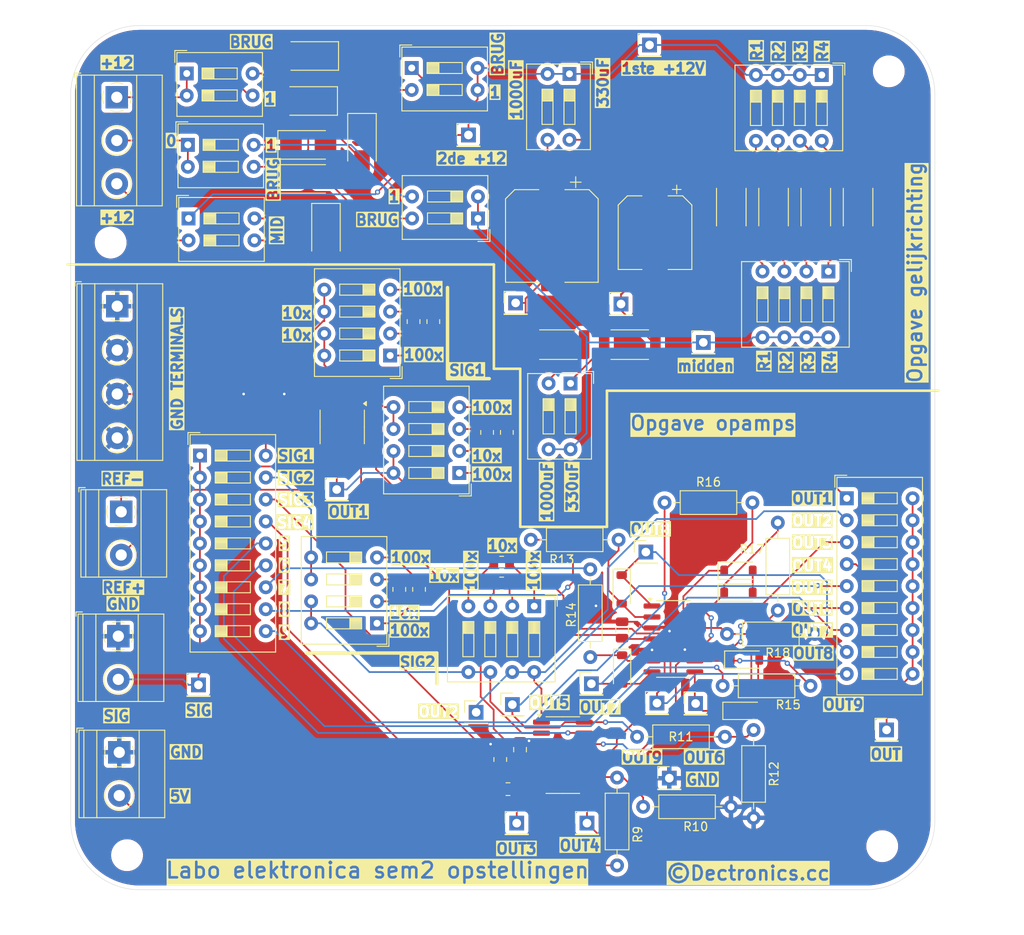
<source format=kicad_pcb>
(kicad_pcb (version 20240108) (generator "pcbnew") (generator_version "8.0")
  (layers (0 "F.Cu" signal) (31 "B.Cu" signal) (34 "B.Paste" user) (35 "F.Paste" user) (36 "B.SilkS" user "B.Silkscreen") (37 "F.SilkS" user "F.Silkscreen") (38 "B.Mask" user) (39 "F.Mask" user) (44 "Edge.Cuts" user))
  (net 0 "")
  (net 1 "Net-(J7-Pin_1)")
  (net 2 "Net-(C1-Pad1)")
  (net 3 "Net-(C2-Pad1)")
  (net 4 "Net-(J8-Pin_1)")
  (net 5 "GND")
  (net 6 "REF+")
  (net 7 "Net-(D1-A)")
  (net 8 "Net-(D1-K)")
  (net 9 "Net-(D2-A)")
  (net 10 "Net-(D2-K)")
  (net 11 "Net-(D3-A)")
  (net 12 "OUT8")
  (net 13 "Net-(D4-K)")
  (net 14 "OUT7")
  (net 15 "Net-(D5-A)")
  (net 16 "Net-(D5-K)")
  (net 17 "OUT6")
  (net 18 "Net-(D7-A)")
  (net 19 "Net-(D10-K)")
  (net 20 "Net-(D8-A)")
  (net 21 "Net-(D10-A)")
  (net 22 "Net-(D11-K)")
  (net 23 "Net-(D11-A)")
  (net 24 "OUT9")
  (net 25 "Net-(J1-Pin_3)")
  (net 26 "Net-(J1-Pin_1)")
  (net 27 "Net-(J1-Pin_2)")
  (net 28 "REF-")
  (net 29 "SIG")
  (net 30 "Net-(J6-Pin_1)")
  (net 31 "Net-(J10-Pin_1)")
  (net 32 "OUT1")
  (net 33 "OUT2")
  (net 34 "OUT3")
  (net 35 "OUT4")
  (net 36 "OUT5")
  (net 37 "OUT")
  (net 38 "Net-(R1-Pad1)")
  (net 39 "Net-(R1-Pad2)")
  (net 40 "Net-(R2-Pad1)")
  (net 41 "Net-(R2-Pad2)")
  (net 42 "Net-(R3-Pad1)")
  (net 43 "Net-(R3-Pad2)")
  (net 44 "Net-(R4-Pad2)")
  (net 45 "Net-(R4-Pad1)")
  (net 46 "Net-(R5-Pad2)")
  (net 47 "Net-(R6-Pad1)")
  (net 48 "Net-(U2B--)")
  (net 49 "+5V")
  (net 50 "Net-(U2C--)")
  (net 51 "Net-(U2D-+)")
  (net 52 "SIG8")
  (net 53 "SIG7")
  (net 54 "SIG6")
  (net 55 "SIG9")
  (net 56 "Net-(U3D-+)")
  (net 57 "Net-(Rf1-Pad2)")
  (net 58 "Net-(Rf1-Pad1)")
  (net 59 "Net-(Rf2-Pad2)")
  (net 60 "Net-(Rf2-Pad1)")
  (net 61 "Net-(Rf3-Pad2)")
  (net 62 "Net-(Rf3-Pad1)")
  (net 63 "Net-(Rf4-Pad2)")
  (net 64 "Net-(Rf4-Pad1)")
  (net 65 "Net-(Ri1-Pad2)")
  (net 66 "Net-(Ri1-Pad1)")
  (net 67 "Net-(Ri2-Pad2)")
  (net 68 "Net-(Ri2-Pad1)")
  (net 69 "Net-(Ri3-Pad2)")
  (net 70 "Net-(Ri3-Pad1)")
  (net 71 "Net-(Ri4-Pad1)")
  (net 72 "Net-(Ri4-Pad2)")
  (net 73 "Net-(SW7-Pad4)")
  (net 74 "Net-(U1--)")
  (net 75 "SIG1")
  (net 76 "Net-(U2A--)")
  (net 77 "SIG2")
  (net 78 "SIG3")
  (net 79 "SIG4")
  (net 80 "SIG5")
  (footprint "Resistor_SMD:R_0805_2012Metric" (layer "F.Cu") (at 141.9625 89.281 -90)
    (property "Reference" "Rf1" (hide yes))
    (property "Value" "10k")
  )
  (footprint "Resistor_SMD:R_2512_6332Metric" (layer "F.Cu") (at 179.9985 63.2045 90)
    (property "Reference" "R3" (hide yes))
    (property "Value" "2,5kΩ, 1W")
  )
  (footprint "Resistor_SMD:R_0805_2012Metric" (layer "F.Cu") (at 143.6475 106.7635)
    (property "Reference" "Rf4" (hide yes))
    (property "Value" "10k")
  )
  (footprint "Resistor_THT:R_Axial_DIN0207_L6.3mm_D2.5mm_P10.16mm_Horizontal" (layer "F.Cu") (at 169.22 118.6)
    (property "Reference" "R15")
    (property "Value" "R")
  )
  (footprint "Button_Switch_THT:SW_DIP_SPSTx04_Slide_9.78x12.34mm_W7.62mm_P2.54mm" (layer "F.Cu") (at 180.6875 47.9215 -90)
    (property "Reference" "SW2" (hide yes))
    (property "Value" "SW_DIP_x04")
  )
  (footprint "Resistor_THT:R_Axial_DIN0207_L6.3mm_D2.5mm_P10.16mm_Horizontal" (layer "F.Cu") (at 157 139.38 90)
    (property "Reference" "R9")
    (property "Value" "8k")
  )
  (footprint "Connector_PinHeader_2.54mm:PinHeader_1x01_P2.54mm_Vertical" (layer "F.Cu") (at 144.8835 120.777)
    (property "Reference" "J19" (hide yes))
    (property "Value" "Conn_01x01_Pin")
  )
  (footprint "Resistor_THT:R_Axial_DIN0207_L6.3mm_D2.5mm_P10.16mm_Horizontal" (layer "F.Cu") (at 175.6 109.88 90)
    (property "Reference" "R17")
    (property "Value" "R")
  )
  (footprint "Resistor_SMD:R_2512_6332Metric" (layer "F.Cu") (at 150.2175 79.121)
    (property "Reference" "R5" (hide yes))
    (property "Value" "0,1Ω, 1W")
  )
  (footprint "Connector_PinHeader_2.54mm:PinHeader_1x01_P2.54mm_Vertical" (layer "F.Cu") (at 160.3305 103.124)
    (property "Reference" "J18" (hide yes))
    (property "Value" "Conn_01x01_Pin")
  )
  (footprint "Connector_PinHeader_2.54mm:PinHeader_1x01_P2.54mm_Vertical" (layer "F.Cu") (at 154.0275 118.364)
    (property "Reference" "J17" (hide yes))
    (property "Value" "Conn_01x01_Pin")
  )
  (footprint "MountingHole:MountingHole_3.2mm_M3" (layer "F.Cu") (at 188.4445 47.498)
    (property "Reference" "H3" (hide yes))
    (property "Value" "MountingHole")
  )
  (footprint "Resistor_SMD:R_2512_6332Metric" (layer "F.Cu") (at 175.1085 63.2045 90)
    (property "Reference" "R2" (hide yes))
    (property "Value" "14kΩ, 1W")
  )
  (footprint "Diode_SMD:D_SOD-123" (layer "F.Cu") (at 157.5835 116.713 -90)
    (property "Reference" "D4" (hide yes))
    (property "Value" "D_Zener")
  )
  (footprint "Button_Switch_THT:SW_DIP_SPSTx02_Slide_9.78x7.26mm_W7.62mm_P2.54mm" (layer "F.Cu") (at 107.4185 64.516)
    (property "Reference" "SW6" (hide yes))
    (property "Value" "SW_DIP_x02")
  )
  (footprint "Capacitor_SMD:C_0805_2012Metric" (layer "F.Cu") (at 157.5835 112.141 90)
    (property "Reference" "C4" (hide yes))
    (property "Value" "100nF")
  )
  (footprint "Diode_SMD:D_SOD-123" (layer "F.Cu") (at 171.8065 115.57)
    (property "Reference" "D5" (hide yes))
    (property "Value" "D_Zener")
  )
  (footprint "MountingHole:MountingHole_3.2mm_M3" (layer "F.Cu") (at 187.6825 137.16)
    (property "Reference" "H1" (hide yes))
    (property "Value" "MountingHole")
  )
  (footprint "TerminalBlock_Phoenix:TerminalBlock_Phoenix_MKDS-1,5-2_1x02_P5.00mm_Horizontal" (layer "F.Cu") (at 99.4 126.3 -90)
    (property "Reference" "J22" (hide yes))
    (property "Value" "Screw_Terminal_01x02")
  )
  (footprint "Diode_SMD:D_SMA" (layer "F.Cu") (at 121.1345 50.927 180)
    (property "Reference" "D7" (hide yes))
    (property "Value" "US1M")
  )
  (footprint "Resistor_SMD:R_0805_2012Metric" (layer "F.Cu") (at 143.4865 127.127 -90)
    (property "Reference" "R7" (hide yes))
    (property "Value" "1k")
  )
  (footprint "Connector_PinHeader_2.54mm:PinHeader_1x01_P2.54mm_Vertical" (layer "F.Cu") (at 145.2645 74.295)
    (property "Reference" "J7" (hide yes))
    (property "Value" "Conn_01x01_Pin")
  )
  (footprint "Capacitor_SMD:CP_Elec_10x10.5" (layer "F.Cu") (at 149.4555 66.548 -90)
    (property "Reference" "C1" (hide yes))
    (property "Value" "1000uF")
  )
  (footprint "TerminalBlock_Phoenix:TerminalBlock_Phoenix_MKDS-1,5-3_1x03_P5.00mm_Horizontal" (layer "F.Cu") (at 99.1125 50.499 -90)
    (property "Reference" "J1" (hide yes))
    (property "Value" "Screw_Terminal_01x03")
  )
  (footprint "Package_SO:SOIC-14_3.9x8.7mm_P1.27mm" (layer "F.Cu") (at 163.5205 113.178)
    (property "Reference" "U3" (hide yes))
    (property "Value" "TL074")
  )
  (footprint "Resistor_SMD:R_0805_2012Metric" (layer "F.Cu") (at 134.0885 107.442 90)
    (property "Reference" "Ri3" (hide yes))
    (property "Value" "1k")
  )
  (footprint "Connector_PinHeader_2.54mm:PinHeader_1x01_P2.54mm_Vertical" (layer "F.Cu") (at 188.1905 123.698)
    (property "Reference" "J21" (hide yes))
    (property "Value" "Conn_01x01_Pin")
  )
  (footprint "Button_Switch_THT:SW_DIP_SPSTx09_Slide_9.78x25.04mm_W7.62mm_P2.54mm" (layer "F.Cu") (at 108.731 91.958)
    (property "Reference" "SW14" (hide yes))
    (property "Value" "SW_DIP_x09")
  )
  (footprint "Button_Switch_THT:SW_DIP_SPSTx04_Slide_9.78x12.34mm_W7.62mm_P2.54mm" (layer "F.Cu") (at 181.4495 70.6545 -90)
    (property "Reference" "SW1" (hide yes))
    (property "Value" "SW_DIP_x04")
  )
  (footprint "Connector_PinHeader_2.54mm:PinHeader_1x01_P2.54mm_Vertical" (layer "F.Cu") (at 163.0445 129.286)
    (property "Reference" "J5" (hide yes))
    (property "Value" "Conn_01x01_Pin")
  )
  (footprint "Connector_PinHeader_2.54mm:PinHeader_1x01_P2.54mm_Vertical" (layer "F.Cu") (at 166.0925 120.65)
    (property "Reference" "J16" (hide yes))
    (property "Value" "Conn_01x01_Pin")
  )
  (footprint "Button_Switch_THT:SW_DIP_SPSTx09_Slide_9.78x25.04mm_W7.62mm_P2.54mm" (layer "F.Cu") (at 183.58 96.901)
    (property "Reference" "SW15" (hide yes))
    (property "Value" "SW_DIP_x09")
  )
  (footprint "Resistor_SMD:R_0805_2012Metric" (layer "F.Cu") (at 133.4535 76.454 -90)
    (property "Reference" "Ri2" (hide yes))
    (property "Value" "100")
  )
  (footprint "Diode_SMD:D_SMA" (layer "F.Cu") (at 121.2615 59.944)
    (property "Reference" "D9" (hide yes))
    (property "Value" "US1M")
  )
  (footprint "Button_Switch_THT:SW_DIP_SPSTx04_Slide_9.78x12.34mm_W7.62mm_P2.54mm" (layer "F.Cu") (at 130.744 80.381 180)
    (property "Reference" "SW10" (hide yes))
    (property "Value" "SW_DIP_x04")
  )
  (footprint "Button_Switch_THT:SW_DIP_SPSTx02_Slide_9.78x7.26mm_W7.62mm_P2.54mm" (layer "F.Cu") (at 133.242 47.112)
    (property "Reference" "SW8" (hide yes))
    (property "Value" "SW_DIP_x02")
  )
  (footprint "Diode_SMD:D_SOD-123" (layer "F.Cu") (at 171.0455 105.283)
    (property "Reference" "D11" (hide yes))
    (property "Value" "D_Zener")
  )
  (footprint "Diode_SMD:D_SMA" (layer "F.Cu") (at 123.317 66.294 -90)
    (property "Reference" "D2" (hide yes))
    (property "Value" "US1M")
  )
  (footprint "Connector_PinHeader_2.54mm:PinHeader_1x01_P2.54mm_Vertical" (layer "F.Cu") (at 161.6205 120.603)
    (property "Reference" "J15" (hide yes))
    (property "Value" "Conn_01x01_Pin")
  )
  (footprint "Connector_PinHeader_2.54mm:PinHeader_1x01_P2.54mm_Vertical" (layer "F.Cu") (at 124.5635 95.885)
    (property "Reference" "J11" (hide yes))
    (property "Value" "Conn_01x01_Pin")
  )
  (footprint "Button_Switch_THT:SW_DIP_SPSTx02_Slide_9.78x7.26mm_W7.62mm_P2.54mm" (layer "F.Cu") (at 107.334 56.002)
    (property "Reference" "SW7" (hide yes))
    (property "Value" "SW_DIP_x02")
  )
  (footprint "Resistor_THT:R_Axial_DIN0207_L6.3mm_D2.5mm_P10.16mm_Horizontal" (layer "F.Cu") (at 162.5 97.4)
    (property "Reference" "R16")
    (property "Value" "R")
  )
  (footprint "Connector_PinHeader_2.54mm:PinHeader_1x01_P2.54mm_Vertical" (layer "F.Cu") (at 166.9815 78.867)
    (property "Reference" "J6" (hide yes))
    (property "Value" "Conn_01x01_Pin")
  )
  (footprint "Resistor_SMD:R_2512_6332Metric" (layer "F.Cu") (at 184.8885 63.2045 90)
    (property "Reference" "R4" (hide yes))
    (property "Value" "55Ω, 1W")
  )
  (footprint "Connector_PinHeader_2.54mm:PinHeader_1x01_P2.54mm_Vertical" (layer "F.Cu") (at 140.6925 121.666)
    (property "Reference" "J12" (hide yes))
    (property "Value" "Conn_01x01_Pin")
  )
  (footprint "Resistor_THT:R_Axial_DIN0207_L6.3mm_D2.5mm_P10.16mm_Horizontal" (layer "F.Cu") (at 179.88 112.6 180)
    (property "Reference" "R18")
    (property "Value" "R")
  )
  (footprint "Diode_SMD:D_SMA" (layer "F.Cu") (at 127.4845 55.88 -90)
    (property "Reference" "D10" (hide yes))
    (property "Value" "US1M")
  )
  (footprint "Diode_SMD:D_SOD-123" (layer "F.Cu") (at 171.6 121.5)
    (property "Reference" "D6" (hide yes))
    (property "Value" "D_Zener")
  )
  (footprint "Button_Switch_THT:SW_DIP_SPSTx02_Slide_9.78x7.26mm_W7.62mm_P2.54mm" (layer "F.Cu") (at 151.4925 47.7945 -90)
    (property "Reference" "SW3" (hide yes))
    (property "Value" "SW_DIP_x02")
  )
  (footprint "Resistor_THT:R_Axial_DIN0207_L6.3mm_D2.5mm_P10.16mm_Horizontal" (layer "F.Cu") (at 153.9 105.12 -90)
    (property "Reference" "R14")
    (property "Value" "R")
  )
  (footprint "Resistor_SMD:R_0805_2012Metric" (layer "F.Cu") (at 131.8025 107.442 -90)
    (property "Reference" "Ri4" (hide yes))
    (property "Value" "100")
  )
  (footprint "Resistor_THT:R_Axial_DIN0207_L6.3mm_D2.5mm_P10.16mm_Horizontal" (layer "F.Cu") (at 159.32 124.5)
    (property "Reference" "R11")
    (property "Value" "R")
  )
  (footprint "Connector_PinHeader_2.54mm:PinHeader_1x01_P2.54mm_Vertical" (layer "F.Cu") (at 145.3915 134.493)
    (property "Reference" "J13" (hide yes))
    (property "Value" "Conn_01x01_Pin")
  )
  (footprint "Button_Switch_THT:SW_DIP_SPSTx04_Slide_9.78x12.34mm_W7.62mm_P2.54mm" (layer "F.Cu") (at 129.22 111.369 180)
    (property "Reference" "SW12" (hide yes))
    (property "Value" "SW_DIP_x04")
  )
  (footprint "Connector_PinHeader_2.54mm:PinHeader_1x01_P2.54mm_Vertical" (layer "F.Cu") (at 160.7585 44.45)
    (property "Reference" "J9" (hide yes))
    (property "Value" "Conn_01x01_Pin")
  )
  (footprint "Capacitor_SMD:CP_Elec_8x10" (layer "F.Cu") (at 161.3935 66.167 -90)
    (property "Reference" "C2" (hide yes))
    (property "Value" "330uF")
  )
  (footprint "Resistor_SMD:R_0805_2012Metric" (layer "F.Cu") (at 144.3755 130.556)
    (property "Reference" "R8" (hide yes))
    (property "Value" "99k")
  )
  (footprint "Resistor_SMD:R_0805_2012Metric" (layer "F.Cu") (at 143.6475 104.3505 180)
    (property "Reference" "Rf3" (hide yes))
    (property "Value" "100k")
  )
  (footprint "Resistor_THT:R_Axial_DIN0207_L6.3mm_D2.5mm_P10.16mm_Horizontal" (layer "F.Cu") (at 160.02 132.6)
    (property "Reference" "R10")
    (property "Value" "2k")
  )
  (footprint "Connector_PinHeader_2.54mm:PinHeader_1x01_P2.54mm_Vertical" (layer "F.Cu") (at 153.5195 134.493)
    (property "Reference" "J14" (hide yes))
    (property "Value" "Conn_01x01_Pin")
  )
  (footprint "TerminalBlock_Phoenix:TerminalBlock_Phoenix_MKDS-1,5-2_1x02_P5.00mm_Horizontal" (layer "F.Cu") (at 99.2905 112.856 -90)
    (property "Reference" "J4" (hide yes))
    (property "Value" "Screw_Terminal_01x02")
  )
  (footprint "MountingHole:MountingHole_3.2mm_M3" (layer "F.Cu") (at 100.3 138.2)
    (property "Reference" "H4" (hide yes))
    (property "Value" "MountingHole")
  )
  (footprint "Button_Switch_THT:SW_DIP_SPSTx04_Slide_9.78x12.34mm_W7.62mm_P2.54mm" (layer "F.Cu") (at 147.4135 109.3895 -90)
    (property "Reference" "SW13" (hide yes))
    (property "Value" "SW_DIP_x04")
  )
  (footprint "Resistor_THT:R_Axial_DIN0207_L6.3mm_D2.5mm_P10.16mm_Horizontal" (layer "F.Cu") (at 147.02 101.7)
    (property "Reference" "R13")
    (property "Value" "R")
  )
  (footprint "Resistor_SMD:R_2512_6332Metric" (layer "F.Cu") (at 170.2185 63.2045 90)
    (property "Reference" "R1" (hide yes))
    (property "Value" "25kΩ, 1W")
  )
  (footprint "Diode_SMD:D_SOD-123" (layer "F.Cu") (at 171.0455 107.823)
    (property "Reference" "D12" (hide yes))
    (property "Value" "D_Zener")
  )
  (footprint "Button_Switch_THT:SW_DIP_SPSTx04_Slide_9.78x12.34mm_W7.62mm_P2.54mm" (layer "F.Cu") (at 138.745 93.97 180)
    (property "Reference" "SW11" (hide yes))
    (property "Value" "SW_DIP_x04")
  )
  (footprint "Capacitor_SMD:C_0805_2012Metric" (layer "F.Cu") (at 145.7725 125.984 90)
    (property "Reference" "C3" (hide yes))
    (property "Value" "100nF")
  )
  (footprint "Diode_SMD:D_SMA" (layer "F.Cu") (at 121.2615 45.72 180)
    (property "Reference" "D1" (hide yes))
    (property "Value" "US1M")
  )
  (footprint "Connector_PinHeader_2.54mm:PinHeader_1x01_P2.54mm_Vertical" (layer "F.Cu") (at 108.5615 118.491)
    (property "Reference" "J20" (hide yes))
    (property "Value" "Conn_01x01_Pin")
  )
  (footprint "Resistor_SMD:R_2512_6332Metric" (layer "F.Cu") (at 158.4725 79.121)
    (property "Reference" "R6" (hide yes))
    (property "Value" "0,1Ω, 1W")
  )
  (footprint "Button_Switch_THT:SW_DIP_SPSTx02_Slide_9.78x7.26mm_W7.62mm_P2.54mm" (layer "F.Cu") (at 140.904 64.521 180)
    (property "Reference" "SW9" (hide yes))
    (property "Value" "SW_DIP_x02")
  )
  (footprint "TerminalBlock_Phoenix:TerminalBlock_Phoenix_MKDS-1,5-4-5.08_1x04_P5.08mm_Horizontal" (layer "F.Cu") (at 99.1635 74.676 -90)
    (property "Reference" "J3" (hide yes))
    (property "Value" "Screw_Terminal_01x04")
  )
  (footprint "Button_Switch_THT:SW_DIP_SPSTx02_Slide_9.78x7.26mm_W7.62mm_P2.54mm" (layer "F.Cu") (at 107.207 47.747)
    (property "Reference" "SW5" (hide yes))
    (property "Value" "SW_DIP_x02")
  )
  (footprint "TerminalBlock_Phoenix:TerminalBlock_Phoenix_MKDS-1,5-2_1x02_P5.00mm_Horizontal" (layer "F.Cu") (at 99.6205 98.465 -90)
    (property "Reference" "J2" (hide yes))
    (property "Value" "Screw_Terminal_01x02")
  )
  (footprint "Package_SO:SOIC-8_3.9x4.9mm_P1.27mm" (layer "F.Cu") (at 125.1985 88.646 -90)
    (property "Reference" "U1" (hide yes))
    (property "Value" "LM741")
  )
  (footprint "MountingHole:MountingHole_3.2mm_M3" (layer "F.Cu") (at 98.4015 67.31)
    (property "Reference" "H2" (hide yes))
    (property "Value" "MountingHole")
  )
  (footprint "Connector_PinHeader_2.54mm:PinHeader_1x01_P2.54mm_Vertical" (layer "F.Cu") (at 139.8035 54.864)
    (property "Reference" "J10" (hide yes))
    (property "Value" "Conn_01x01_Pin")
  )
  (footprint "Diode_SMD:D_SMA" (layer "F.Cu") (at 121.2615 56.007)
    (property "Reference" "D8" (hide yes))
    (property "Value" "US1M")
  )
  (footprint "Resistor_SMD:R_0805_2012Metric" (layer "F.Cu") (at 135.7395 76.454 90)
    (property "Reference" "Ri1" (hide yes))
    (property "Value" "1k")
  )
  (footprint "Connector_PinHeader_2.54mm:PinHeader_1x01_P2.54mm_Vertical" (layer "F.Cu") (at 157.4565 74.422)
    (property "Reference" "J8" (hide yes))
    (property "Value" "Conn_01x01_Pin")
  )
  (footprint "Package_SO:SOIC-14_3.9x8.7mm_P1.27mm" (layer "F.Cu") (at 150.7255 126.619)
    (property "Reference" "U2" (hide yes))
    (property "Value" "TL074")
  )
  (footprint "Resistor_THT:R_Axial_DIN0207_L6.3mm_D2.5mm_P10.16mm_Horizontal" (layer "F.Cu") (at 172.8 123.72 -90)
    (property "Reference" "R12")
    (property "Value" "R")
  )
  (footprint "Diode_SMD:D_SOD-123" (layer "F.Cu") (at 157.5365 107.442 -90)
    (property "Reference" "D3" (hide yes))
    (property "Value" "D_Zener")
  )
  (footprint "Resistor_SMD:R_0805_2012Metric" (layer "F.Cu") (at 144.2485 89.281 90)
    (property "Reference" "Rf2" (hide yes))
    (property "Value" "100k")
  )
  (footprint "Button_Switch_THT:SW_DIP_SPSTx02_Slide_9.78x7.26mm_W7.62mm_P2.54mm" (layer "F.Cu") (at 151.6195 83.6085 -90)
    (property "Reference" "SW4" (hide yes))
    (property "Value" "SW_DIP_x02")
  )
  (gr_line (start 137.44575 83.058) (end 142.20825 83.058) (stroke (width 0.4)) (layer "F.SilkS"))
  (gr_line (start 145.796 100.203) (end 155.829 100.203) (stroke (width 0.3)) (layer "F.SilkS"))
  (gr_line (start 142.748 69.85) (end 142.748 81.915) (stroke (width 0.3)) (layer "F.SilkS"))
  (gr_line (start 136.144 114.808) (end 136.144 118.364) (stroke (width 0.4)) (layer "F.SilkS"))
  (gr_line (start 155.829 100.203) (end 155.829 84.455) (stroke (width 0.3)) (layer "F.SilkS"))
  (gr_line (start 121.285 69.85) (end 142.748 69.85) (stroke (width 0.3)) (layer "F.SilkS"))
  (gr_line (start 142.748 81.915) (end 145.796 81.915) (stroke (width 0.3)) (layer "F.SilkS"))
  (gr_line (start 121.031 114.808) (end 136.144 114.808) (stroke (width 0.4)) (layer "F.SilkS"))
  (gr_line (start 93.4085 69.85) (end 121.2215 69.85) (stroke (width 0.3)) (layer "F.SilkS"))
  (gr_line (start 137.38225 83.058) (end 137.38225 72.517) (stroke (width 0.4)) (layer "F.SilkS"))
  (gr_line (start 145.796 81.915) (end 145.796 100.203) (stroke (width 0.3)) (layer "F.SilkS"))
  (gr_line (start 155.829 84.455) (end 194.183 84.455) (stroke (width 0.3)) (layer "F.SilkS"))
  (gr_line (start 93.7785 134.202) (end 93.7785 50.202) (stroke (width 0.05)) (layer "Edge.Cuts"))
  (gr_line (start 101.7785 42.202) (end 185.7785 42.202) (stroke (width 0.05)) (layer "Edge.Cuts"))
  (gr_line (start 193.7785 50.202) (end 193.7785 134.202) (stroke (width 0.05)) (layer "Edge.Cuts"))
  (gr_arc (start 185.7785 42.202) (mid 191.435354 44.545146) (end 193.7785 50.202) (stroke (width 0.05)) (layer "Edge.Cuts"))
  (gr_arc (start 193.7785 134.202) (mid 191.435354 139.858854) (end 185.7785 142.202) (stroke (width 0.05)) (layer "Edge.Cuts"))
  (gr_line (start 185.7785 142.202) (end 101.7785 142.202) (stroke (width 0.05)) (layer "Edge.Cuts"))
  (gr_arc (start 101.7785 142.202) (mid 96.121646 139.858854) (end 93.7785 134.202) (stroke (width 0.05)) (layer "Edge.Cuts"))
  (gr_arc (start 93.7785 50.202) (mid 96.121646 44.545146) (end 101.7785 42.202) (stroke (width 0.05)) (layer "Edge.Cuts"))
  (gr_text "R3" (at 179.832 82.55 90) (layer "F.SilkS" knockout) (effects (font (size 1.2 1.2) (thickness 0.3) (bold yes)) (justify left bottom)))
  (gr_text "10x" (at 130.556 110.871 0) (layer "F.SilkS" knockout) (effects (font (size 1.2 1.2) (thickness 0.3) (bold yes)) (justify left bottom)))
  (gr_text "+12" (at 97.028 65.151 0) (layer "F.SilkS" knockout) (effects (font (size 1.2 1.2) (thickness 0.3) (bold yes)) (justify left bottom)))
  (gr_text "SIG" (at 97.409 122.809 0) (layer "F.SilkS" knockout) (effects (font (size 1.2 1.2) (thickness 0.3) (bold yes)) (justify left bottom)))
  (gr_text "GND" (at 105.1 127 0) (layer "F.SilkS" knockout) (effects (font (size 1.2 1.2) (thickness 0.3) (bold yes)) (justify left bottom)))
  (gr_text "1000uF" (at 146.05 53.213 90) (layer "F.SilkS" knockout) (effects (font (size 1.2 1.2) (thickness 0.3) (bold yes)) (justify left bottom)))
  (gr_text "10x" (at 135.128 106.553 0) (layer "F.SilkS" knockout) (effects (font (size 1.2 1.2) (thickness 0.3) (bold yes)) (justify left bottom)))
  (gr_text "1" (at 116.078 51.435 0) (layer "F.SilkS" knockout) (effects (font (size 1.2 1.2) (thickness 0.3) (bold yes)) (justify left bottom)))
  (gr_text "GND" (at 164.846 130.175 0) (layer "F.SilkS" knockout) (effects (font (size 1.2 1.2) (thickness 0.3) (bold yes)) (justify left bottom)))
  (gr_text "OUT" (at 186.182 127.254 0) (layer "F.SilkS" knockout) (effects (font (size 1.2 1.2) (thickness 0.3) (bold yes)) (justify left bottom)))
  (gr_text "100x" (at 130.556 112.903 0) (layer "F.SilkS" knockout) (effects (font (size 1.2 1.2) (thickness 0.3) (bold yes)) (justify left bottom)))
  (gr_text "OUT6" (at 164.6 127.6 0) (layer "F.SilkS" knockout) (effects (font (size 1.2 1.2) (thickness 0.3) (bold yes)) (justify left bottom)))
  (gr_text "2de +12" (at 136.017 58.293 0) (layer "F.SilkS" knockout) (effects (font (size 1.2 1.2) (thickness 0.3) (bold yes)) (justify left bottom)))
  (gr_text "1" (at 130.429 62.738 0) (layer "F.SilkS" knockout) (effects (font (size 1.2 1.2) (thickness 0.3) (bold yes)) (justify left bottom)))
  (gr_text "OUT6" (at 177.1 110.36 0) (layer "F.SilkS" knockout) (effects (font (size 1.2 1.2) (thickness 0.3) (bold yes)) (justify left bottom)))
  (gr_text "OUT9" (at 180.7 121.5 0) (layer "F.SilkS" knockout) (effects (font (size 1.2 1.2) (thickness 0.3) (bold yes)) (justify left bottom)))
  (gr_text "100x" (at 140.081 87.122 0) (layer "F.SilkS" knockout) (effects (font (size 1.2 1.2) (thickness 0.3) (bold yes)) (justify left bottom)))
  (gr_text "100x" (at 148.082 107.696 90) (layer "F.SilkS" knockout) (effects (font (size 1.2 1.2) (thickness 0.3) (bold yes)) (justify left bottom)))
  (gr_text "OUT1" (at 177.1 97.66 0) (layer "F.SilkS" knockout) (effects (font (size 1.2 1.2) (thickness 0.3) (bold yes)) (justify left bottom)))
  (gr_text "BRUG" (at 112.014 44.831 0) (layer "F.SilkS" knockout) (effects (font (size 1.2 1.2) (thickness 0.3) (bold yes)) (justify left bottom)))
  (gr_text "Labo elektronica sem2 opstellingen" (at 104.6 141 0) (layer "F.SilkS" knockout) (effects (font (size 1.8 1.8) (thickness 0.3) (bold yes)) (justify left bottom)))
  (gr_text "1000uF" (at 149.606 99.695 90) (layer "F.SilkS" knockout) (effects (font (size 1.2 1.2) (thickness 0.3) (bold yes)) (justify left bottom)))
  (gr_text "midden" (at 163.83 82.296 0) (layer "F.SilkS" knockout) (effects (font (size 1.2 1.2) (thickness 0.3) (bold yes)) (justify left bottom)))
  (gr_text "R4" (at 182.372 82.55 90) (layer "F.SilkS" knockout) (effects (font (size 1.2 1.2) (thickness 0.3) (bold yes)) (justify left bottom)))
  (gr_text "100x" (at 132.08 73.406 0) (layer "F.SilkS" knockout) (effects (font (size 1.2 1.2) (thickness 0.3) (bold yes)) (justify left bottom)))
  (gr_text "10x" (at 140.081 92.71 0) (layer "F.SilkS" knockout) (effects (font (size 1.2 1.2) (thickness 0.3) (bold yes)) (justify left bottom)))
  (gr_text "Opgave opamps" (at 158.369 89.154 0) (layer "F.SilkS" knockout) (effects (font (size 1.6 1.6) (thickness 0.3) (bold yes)) (justify left bottom)))
  (gr_text "R1" (at 174.752 82.423 90) (layer "F.SilkS" knockout) (effects (font (size 1.2 1.2) (thickness 0.3) (bold yes)) (justify left bottom)))
  (gr_text "SIG2" (at 117.602 95.25 0) (layer "F.SilkS" knockout) (effects (font (size 1.2 1.2) (thickness 0.3) (bold yes)) (justify left bottom)))
  (gr_text "REF-" (at 97.155 95.377 0) (layer "F.SilkS" knockout) (effects (font (size 1.2 1.2) (thickness 0.3) (bold yes)) (justify left bottom)))
  (gr_text "MID" (at 118.364 67.691 90) (layer "F.SilkS" knockout) (effects (font (size 1.2 1.2) (thickness 0.3) (bold yes)) (justify left bottom)))
  (gr_text "OUT7" (at 177.1 112.9 0) (layer "F.SilkS" knockout) (effects (font (size 1.2 1.2) (thickness 0.3) (bold yes)) (justify left bottom)))
  (gr_text "100x" (at 140.081 94.869 0) (layer "F.SilkS" knockout) (effects (font (size 1.2 1.2) (thickness 0.3) (bold yes)) (justify left bottom)))
  (gr_text "10x" (at 118.11 78.74 0) (layer "F.SilkS" knockout) (effects (font (size 1.2 1.2) (thickness 0.3) (bold yes)) (justify left bottom)))
  (gr_text "OUT8" (at 158.4 101.2 0) (layer "F.SilkS" knockout) (effects (font (size 1.2 1.2) (thickness 0.3) (bold yes)) (justify left bottom)))
  (gr_text "7" (at 117.729 107.95 0) (layer "F.SilkS" knockout) (effects (font (size 1.2 1.2) (thickness 0.3) (bold yes)) (justify left bottom)))
  (gr_text "OUT5" (at 146.685 121.285 0) (layer "F.SilkS" knockout) (effects (font (size 1.2 1.2) (thickness 0.3) (bold yes)) (justify left bottom)))
  (gr_text "330uF" (at 152.527 98.552 90) (layer "F.SilkS" knockout) (effects (font (size 1.2 1.2) (thickness 0.3) (bold yes)) (justify left bottom)))
  (gr_text "10x" (at 141.859 103.124 0) (layer "F.SilkS" knockout) (effects (font (size 1.2 1.2) (thickness 0.3) (bold yes)) (justify left bottom)))
  (gr_text "R1" (at 173.863 46.482 90) (layer "F.SilkS" knockout) (effects (font (size 1.2 1.2) (thickness 0.3) (bold yes)) (justify left bottom)))
  (gr_text "SIG2" (at 131.699 116.586 0) (layer "F.SilkS" knockout) (effects (font (size 1.2 1.2) (thickness 0.3) (bold yes)) (justify left bottom)))
  (gr_text "BRUG" (at 117.9605 62.657 90) (layer "F.SilkS" knockout) (effects (font (size 1.2 1.2) (thickness 0.3) (bold yes)) (justify left bottom)))
  (gr_text "OUT9" (at 157.4 127.6 0) (layer "F.SilkS" knockout) (effects (font (size 1.2 1.2) (thickness 0.3) (bold yes)) (justify left bottom)))
  (gr_text "SIG1" (at 137.414 82.804 0) (layer "F.SilkS" knockout) (effects (font (size 1.2 1.2) (thickness 0.3) (bold yes)) (justify left bottom)))
  (gr_text "9" (at 117.729 113.157 0) (layer "F.SilkS" knockout) (effects (font (size 1.2 1.2) (thickness 0.3) (bold yes)) (justify left bottom)))
  (gr_text "100x" (at 130.683 104.521 0) (layer "F.SilkS" knockout) (effects (font (size 1.2 1.2) (thickness 0.3) (bold yes)) (justify left bottom)))
  (gr_text "8" (at 117.729 110.49 0) (layer "F.SilkS" knockout) (effects (font (size 1.2 1.2) (thickness 0.3) (bold yes)) (justify left bottom)))
  (gr_text "1" (at 116.205 56.769 0) (layer "F.SilkS" knockout) (effects (font (size 1.2 1.2) (thickness 0.3) (bold yes)) (justify left bottom)))
  (gr_text "GND TERMINALS" (at 106.807 89.154 90) (layer "F.SilkS" knockout) (effects (font (size 1.2 1.2) (thickness 0.3) (bold yes)) (justify left bottom)))
  (gr_text "OUT3" (at 142.875 138.176 0) (layer "F.SilkS" knockout) (effects (font (size 1.2 1.2) (thickness 0.3) (bold yes)) (justify left bottom)))
  (gr_text "SIG" (at 106.934 122.174 0) (layer "F.SilkS" knockout) (effects (font (size 1.2 1.2) (thickness 0.3) (bold yes)) (justify left bottom)))
  (gr_text "5V" (at 105.1 132.1 0) (layer "F.SilkS" knockout) (effects (font (size 1.2 1.2) (thickness 0.3) (bold yes)) (justify left bottom)))
  (gr_text "R4" (at 181.483 46.609 90) (layer "F.SilkS" knockout) (effects (font (size 1.2 1.2) (thickness 0.3) (bold yes)) (justify left bottom)))
  (gr_text "R2" (at 177.292 82.55 90) (layer "F.SilkS" knockout) (effects (font (size 1.2 1.2) (thickness 0.3) (bold yes)) (justify left bottom)))
  (gr_text "+12" (at 97.028 47.244 0) (layer "F.SilkS" knockout) (effects (font (size 1.2 1.2) (thickness 0.3) (bold yes)) (justify left bottom)))
  (gr_text "BRUG" (at 143.891 48.133 90) (layer "F.SilkS" knockout) (effects (font (size 1.2 1.2) (thickness 0.3) (bold yes)) (justify left bottom)))
  (gr_text "©Dectronics.cc" (at 162.56 141.224 0) (layer "F.SilkS" knockout) (effects (font (size 1.6 1.6) (thickness 0.3) (bold yes)) (justify left bottom)))
  (gr_text "OUT4" (at 177.1 105.407 0) (layer "F.SilkS" knockout) (effects (font (size 1.2 1.2) (thickness 0.3) (bold yes)) (justify left bottom)))
  (gr_text "OUT1" (at 123.444 99.187 0) (layer "F.SilkS" knockout) (effects (font (size 1.2 1.2) (thickness 0.3) (bold yes)) (justify left bottom)))
  (gr_text "SIG3" (at 117.602 97.79 0) (layer "F.SilkS" knockout) (effects (font (size 1.2 1.2) (thickness 0.3) (bold yes)) (justify left bottom)))
  (gr_text "Opgave gelijkrichting" (at 192.405 83.693 90) (layer "F.SilkS" knockout) (effects (font (size 1.6 1.6) (thickness 0.3) (bold yes)) (justify left bottom)))
  (gr_text "5" (at 117.729 102.87 0) (layer "F.SilkS" knockout) (effects (font (size 1.2 1.2) (thickness 0.3) (bold yes)) (justify left bottom)))
  (gr_text "SIG1" (at 117.602 92.71 0) (layer "F.SilkS" knockout) (effects (font (size 1.2 1.2) (thickness 0.3) (bold yes)) (justify left bottom)))
  (gr_text "REF+" (at 97.282 107.95 0) (layer "F.SilkS" knockout) (effects (font (size 1.2 1.2) (thickness 0.3) (bold yes)) (justify left bottom)))
  (gr_text "OUT8" (at 177.227 115.567 0) (layer "F.SilkS" knockout) (effects (font (size 1.2 1.2) (thickness 0.3) (bold yes)) (justify left bottom)))
  (gr_text "0" (at 104.648 56.261 0) (layer "F.SilkS" knockout) (effects (font (size 1.2 1.2) (thickness 0.3) (bold yes)) (justify left bottom)))
  (gr_text "1" (at 142.113 50.673 0) (layer "F.SilkS" knockout) (effects (font (size 1.2 1.2) (thickness 0.3) (bold yes)) (justify left bottom)))
  (gr_text "OUT5" (at 177.1 107.947 0) (layer "F.SilkS" knockout) (effects (font (size 1.2 1.2) (thickness 0.3) (bold yes)) (justify left bottom)))
  (gr_text "100x" (at 132.207 81.026 0) (layer "F.SilkS" knockout) (effects (font (size 1.2 1.2) (thickness 0.3) (bold yes)) (justify left bottom)))
  (gr_text "1ste +12V" (at 157.353 47.879 0) (layer "F.SilkS" knockout) (effects (font (size 1.2 1.2) (thickness 0.3) (bold yes)) (justify left bottom)))
  (gr_text "GND" (at 97.79 109.855 0) (layer "F.SilkS" knockout) (effects (font (size 1.2 1.2) (thickness 0.3) (bold yes)) (justify left bottom)))
  (gr_text "OUT4" (at 150.2 137.8 0) (layer "F.SilkS" knockout) (effects (font (size 1.2 1.2) (thickness 0.3) (bold yes)) (justify left bottom)))
  (gr_text "330uF" (at 156.083 51.816 90) (layer "F.SilkS" knockout) (effects (font (size 1.2 1.2) (thickness 0.3) (bold yes)) (justify left bottom)))
  (gr_text "100x" (at 140.843 107.696 90) (layer "F.SilkS" knockout) (effects (font (size 1.2 1.2) (thickness 0.3) (bold yes)) (justify left bottom)))
  (gr_text "SIG4" (at 117.475 100.457 0) (layer "F.SilkS" knockout) (effects (font (size 1.2 1.2) (thickness 0.3) (bold yes)) (justify left bottom)))
  (gr_text "R2" (at 176.403 46.609 90) (layer "F.SilkS" knockout) (effects (font (size 1.2 1.2) (thickness 0.3) (bold yes)) (justify left bottom)))
  (gr_text "R3" (at 178.943 46.609 90) (layer "F.SilkS" knockout) (effects (font (size 1.2 1.2) (thickness 0.3) (bold yes)) (justify left bottom)))
  (gr_text "OUT2" (at 133.858 122.301 0) (layer "F.SilkS" knockout) (effects (font (size 1.2 1.2) (thickness 0.3) (bold yes)) (justify left bottom)))
  (gr_text "BRUG" (at 126.619 65.405 0) (layer "F.SilkS" knockout) (effects (font (size 1.2 1.2) (thickness 0.3) (bold yes)) (justify left bottom)))
  (gr_text "6" (at 117.729 105.41 0) (layer "F.SilkS" knockout) (effects (font (size 1.2 1.2) (thickness 0.3) (bold yes)) (justify left bottom)))
  (gr_text "OUT2" (at 177.1 100.2 0) (layer "F.SilkS" knockout) (effects (font (size 1.2 1.2) (thickness 0.3) (bold yes)) (justify left bottom)))
  (gr_text "10x" (at 118.11 76.2 0) (layer "F.SilkS" knockout) (effects (font (size 1.2 1.2) (thickness 0.3) (bold yes)) (justify left bottom)))
  (gr_text "OUT3" (at 177.1 102.74 0) (layer "F.SilkS" knockout) (effects (font (size 1.2 1.2) (thickness 0.3) (bold yes)) (justify left bottom)))
  (gr_text "OUT7" (at 152.527 121.793 0) (layer "F.SilkS" knockout) (effects (font (size 1.2 1.2) (thickness 0.3) (bold yes)) (justify left bottom)))
  (segment (start 146.4162 73.7873) (end 146.4162 74.295) (width 0.2) (layer "F.Cu") (net 1))
  (segment (start 149.4555 70.748) (end 146.4162 73.7873) (width 0.2) (layer "F.Cu") (net 1))
  (segment (start 147.255 79.121) (end 146.4162 78.2822) (width 0.2) (layer "F.Cu") (net 1))
  (segment (start 145.2645 74.295) (end 146.4162 74.295) (width 0.2) (layer "F.Cu") (net 1))
  (segment (start 146.4162 78.2822) (end 146.4162 74.295) (width 0.2) (layer "F.Cu") (net 1))
  (segment (start 148.9525 55.4145) (end 148.9525 61.845) (width 0.2) (layer "F.Cu") (net 2))
  (segment (start 148.9525 61.845) (end 149.4555 62.348) (width 0.2) (layer "F.Cu") (net 2))
  (segment (start 161.3935 62.917) (end 153.891 55.4145) (width 0.2) (layer "F.Cu") (net 3))
  (segment (start 153.891 55.4145) (end 151.4925 55.4145) (width 0.2) (layer "F.Cu") (net 3))
  (segment (start 157.5402 73.2703) (end 157.4565 73.2703) (width 0.2) (layer "F.Cu") (net 4))
  (segment (start 157.4565 74.422) (end 157.4565 73.2703) (width 0.2) (layer "F.Cu") (net 4))
  (segment (start 157.4565 75.1425) (end 157.4565 74.422) (width 0.2) (layer "F.Cu") (net 4))
  (segment (start 161.3935 69.417) (end 157.5402 73.2703) (width 0.2) (layer "F.Cu") (net 4))
  (segment (start 161.435 79.121) (end 157.4565 75.1425) (width 0.2) (layer "F.Cu") (net 4))
  (segment (start 123.187499 83.82) (end 124.5635 85.196001) (width 0.2) (layer "F.Cu") (net 5))
  (segment (start 161.0455 111.908) (end 160.070501 111.908) (width 0.2) (layer "F.Cu") (net 5))
  (segment (start 143.2325 126.2145) (end 142.367 125.349) (width 0.2) (layer "F.Cu") (net 5))
  (segment (start 146.812 124.968) (end 145.8385 124.968) (width 0.2) (layer "F.Cu") (net 5))
  (segment (start 162.708 111.908) (end 163.068 112.268) (width 0.2) (layer "F.Cu") (net 5))
  (segment (start 145.8385 124.968) (end 145.7725 125.034) (width 0.2) (layer "F.Cu") (net 5))
  (segment (start 165.9605 114.413) (end 165.9955 114.448) (width 0.2) (layer "F.Cu") (net 5))
  (segment (start 160.070501 111.908) (end 159.353501 111.191) (width 0.2) (layer "F.Cu") (net 5))
  (segment (start 146.812 124.968) (end 147.8695 124.968) (width 0.2) (layer "F.Cu") (net 5))
  (segment (start 99.1635 84.836) (end 113.792 84.836) (width 0.2) (layer "F.Cu") (net 5))
  (segment (start 118.491 84.836) (end 119.507 83.82) (width 0.2) (layer "F.Cu") (net 5))
  (segment (start 157.5835 111.191) (end 156.403 111.191) (width 0.2) (layer "F.Cu") (net 5))
  (segment (start 161.0455 111.908) (end 162.708 111.908) (width 0.2) (layer "F.Cu") (net 5))
  (segment (start 159.353501 111.191) (end 157.5835 111.191) (width 0.2) (layer "F.Cu") (net 5))
  (segment (start 124.5635 85.196001) (end 124.5635 86.171) (width 0.2) (layer "F.Cu") (net 5))
  (segment (start 156.403 111.191) (end 154.559 109.347) (width 0.2) (layer "F.Cu") (net 5))
  (segment (start 119.507 83.82) (end 123.187499 83.82) (width 0.2) (layer "F.Cu") (net 5))
  (segment (start 164.846 114.413) (end 165.9605 114.413) (width 0.2) (layer "F.Cu") (net 5))
  (segment (start 143.4865 126.2145) (end 143.2325 126.2145) (width 0.2) (layer "F.Cu") (net 5))
  (segment (start 147.8695 124.968) (end 148.2505 125.349) (width 0.2) (layer "F.Cu") (net 5))
  (via (at 163.068 112.268) (size 0.6) (drill 0.3) (layers "F.Cu" "B.Cu") (net 5))
  (via (at 161.0455 114.448) (size 0.6) (drill 0.3) (layers "F.Cu" "B.Cu") (net 5))
  (via (at 142.367 125.349) (size 0.6) (drill 0.3) (layers "F.Cu" "B.Cu") (net 5))
  (via (at 146.812 124.968) (size 0.6) (drill 0.3) (layers "F.Cu" "B.Cu") (net 5))
  (via (at 164.846 114.413) (size 0.6) (drill 0.3) (layers "F.Cu" "B.Cu") (net 5))
  (via (at 113.792 84.836) (size 0.6) (drill 0.3) (layers "F.Cu" "B.Cu") (net 5))
  (via (at 154.559 109.347) (size 0.6) (drill 0.3) (layers "F.Cu" "B.Cu") (net 5))
  (via (at 118.491 84.836) (size 0.6) (drill 0.3) (layers "F.Cu" "B.Cu") (net 5))
  (segment (start 146.685 124.841) (end 146.812 124.968) (width 0.2) (layer "B.Cu") (net 5))
  (segment (start 163.068 112.649) (end 163.068 112.268) (width 0.2) (layer "B.Cu") (net 5))
  (segment (start 164.832 114.413) (end 163.068 112.649) (width 0.2) (layer "B.Cu") (net 5))
  (segment (start 113.792 84.836) (end 118.491 84.836) (width 0.2) (layer "B.Cu") (net 5))
  (segment (start 142.621 124.841) (end 146.685 124.841) (width 0.2) (layer "B.Cu") (net 5))
  (segment (start 164.846 114.413) (end 164.832 114.413) (width 0.2) (layer "B.Cu") (net 5))
  (segment (start 142.367 125.349) (end 142.367 125.095) (width 0.2) (layer "B.Cu") (net 5))
  (segment (start 163.068 112.4255) (end 161.0455 114.448) (width 0.2) (layer "B.Cu") (net 5))
  (segment (start 142.367 125.095) (end 142.621 124.841) (width 0.2) (layer "B.Cu") (net 5))
  (segment (start 163.068 112.268) (end 163.068 112.4255) (width 0.2) (layer "B.Cu") (net 5))
  (segment (start 141.2187 112.7208) (end 141.2187 119.8706) (width 0.2) (layer "F.Cu") (net 6))
  (segment (start 125.8335 91.9245) (end 125.8335 91.121) (width 0.2) (layer "F.Cu") (net 6))
  (segment (start 161.0455 113.178) (end 157.6705 113.178) (width 0.2) (layer "F.Cu") (net 6))
  (segment (start 125.857 98.044) (end 127.0947 96.8063) (width 0.2) (layer "F.Cu") (net 6))
  (segment (start 127.0947 96.8063) (end 127.381 96.52) (width 0.2) (layer "F.Cu") (net 6))
  (segment (start 157.6705 113.178) (end 157.5835 113.091) (width 0.2) (layer "F.Cu") (net 6))
  (segment (start 142.7194 121.3713) (end 142.7194 123.5659) (width 0.2) (layer "F.Cu") (net 6))
  (segment (start 107.1727 95.9128) (end 120.9318 95.9128) (width 0.2) (layer "F.Cu") (net 6))
  (segment (start 141.2187 112.7208) (end 157.2133 112.7208) (width 0.2) (layer "F.Cu") (net 6))
  (segment (start 137.5745 109.0766) (end 141.2187 112.7208) (width 0.2) (layer "F.Cu") (net 6))
  (segment (start 157.2133 112.7208) (end 157.5835 113.091) (width 0.2) (layer "F.Cu") (net 6))
  (segment (start 145.7725 126.619) (end 148.2505 126.619) (width 0.2) (layer "F.Cu") (net 6))
  (segment (start 141.2187 119.8706) (end 142.7194 121.3713) (width 0.2) (layer "F.Cu") (net 6))
  (segment (start 142.7194 123.5659) (end 145.7725 126.619) (width 0.2) (layer "F.Cu") (net 6))
  (segment (start 127.381 93.472) (end 125.8335 91.9245) (width 0.2) (layer "F.Cu") (net 6))
  (segment (start 137.5745 107.2861) (end 137.5745 109.0766) (width 0.2) (layer "F.Cu") (net 6))
  (segment (start 127.381 96.52) (end 127.381 93.472) (width 0.2) (layer "F.Cu") (net 6))
  (segment (start 145.7725 126.619) (end 145.7725 126.934) (width 0.2) (layer "F.Cu") (net 6))
  (segment (start 99.6205 103.465) (end 107.1727 95.9128) (width 0.2) (layer "F.Cu") (net 6))
  (segment (start 123.063 98.044) (end 125.857 98.044) (width 0.2) (layer "F.Cu") (net 6))
  (segment (start 127.0947 96.8063) (end 137.5745 107.2861) (width 0.2) (layer "F.Cu") (net 6))
  (segment (start 120.9318 95.9128) (end 123.063 98.044) (width 0.2) (layer "F.Cu") (net 6))
  (segment (start 114.046 45.72) (end 119.2615 45.72) (width 0.2) (layer "F.Cu") (net 7))
  (segment (start 114.422 50.287) (end 113.03 48.895) (width 0.2) (layer "F.Cu") (net 7))
  (segment (start 113.03 46.736) (end 114.046 45.72) (width 0.2) (layer "F.Cu") (net 7))
  (segment (start 114.827 50.287) (end 114.422 50.287) (width 0.2) (layer "F.Cu") (net 7))
  (segment (start 113.03 48.895) (end 113.03 46.736) (width 0.2) (layer "F.Cu") (net 7))
  (segment (start 127.1935 49.652) (end 133.242 49.652) (width 0.2) (layer "F.Cu") (net 8))
  (segment (start 123.2615 45.72) (end 127.1935 49.652) (width 0.2) (layer "F.Cu") (net 8))
  (segment (start 123.19 68.167) (end 123.317 68.294) (width 0.2) (layer "F.Cu") (net 9))
  (segment (start 115.0385 67.056) (end 116.1402 67.056) (width 0.2) (layer "F.Cu") (net 9))
  (segment (start 116.1402 67.056) (end 117.2512 68.167) (width 0.2) (layer "F.Cu") (net 9))
  (segment (start 117.2512 68.167) (end 123.19 68.167) (width 0.2) (layer "F.Cu") (net 9))
  (segment (start 116.4892 64.167) (end 123.19 64.167) (width 0.2) (layer "F.Cu") (net 10))
  (segment (start 116.1402 64.516) (end 116.4892 64.167) (width 0.2) (layer "F.Cu") (net 10))
  (segment (start 123.19 64.167) (end 123.317 64.294) (width 0.2) (layer "F.Cu") (net 10))
  (segment (start 115.0385 64.516) (end 116.1402 64.516) (width 0.2) (layer "F.Cu") (net 10))
  (segment (start 157.18 102.92) (end 157.18 101.7) (width 0.2) (layer "F.Cu") (net 11))
  (segment (start 161.0455 110.638) (end 159.0825 110.638) (width 0.2) (layer "F.Cu") (net 11))
  (segment (start 159.0825 110.638) (end 157.5365 109.092) (width 0.2) (layer "F.Cu") (net 11))
  (segment (start 157.5365 109.092) (end 156 107.5555) (width 0.2) (layer "F.Cu") (net 11))
  (segment (start 156 107.5555) (end 156 104.1) (width 0.2) (layer "F.Cu") (net 11))
  (segment (start 156 104.1) (end 157.18 102.92) (width 0.2) (layer "F.Cu") (net 11))
  (segment (start 160.2045 103.124) (end 157.5365 105.792) (width 0.2) (layer "F.Cu") (net 12))
  (segment (start 161.0455 109.368) (end 157.5365 105.859) (width 0.2) (layer "F.Cu") (net 12))
  (segment (start 160.3305 103.124) (end 160.2045 103.124) (width 0.2) (layer "F.Cu") (net 12))
  (segment (start 157.5365 105.859) (end 157.5365 105.792) (width 0.2) (layer "F.Cu") (net 12))
  (segment (start 161.4822 103.124) (end 160.3305 103.124) (width 0.2) (layer "B.Cu") (net 12))
  (segment (start 181.294 112.406) (end 181.294 106.6002) (width 0.2) (layer "B.Cu") (net 12))
  (segment (start 181.294 106.6002) (end 180.4848 105.791) (width 0.2) (layer "B.Cu") (net 12))
  (segment (start 164.1492 105.791) (end 161.4822 103.124) (width 0.2) (layer "B.Cu") (net 12))
  (segment (start 181.294 112.395) (end 183.58 114.681) (width 0.2) (layer "B.Cu") (net 12))
  (segment (start 180.4848 105.791) (end 164.1492 105.791) (width 0.2) (layer "B.Cu") (net 12))
  (segment (start 157.5835 115.063) (end 154.117 115.063) (width 0.2) (layer "F.Cu") (net 13))
  (segment (start 161.0455 115.718) (end 158.2385 115.718) (width 0.2) (layer "F.Cu") (net 13))
  (segment (start 154.117 115.063) (end 153.9 115.28) (width 0.2) (layer "F.Cu") (net 13))
  (segment (start 158.2385 115.718) (end 157.5835 115.063) (width 0.2) (layer "F.Cu") (net 13))
  (segment (start 157.5825 118.364) (end 157.5835 118.363) (width 0.2) (layer "F.Cu") (net 14))
  (segment (start 181.841 112.141) (end 183.58 112.141) (width 0.2) (layer "F.Cu") (net 14))
  (segment (start 159.6705 118.363) (end 161.0455 116.988) (width 0.2) (layer "F.Cu") (net 14))
  (segment (start 180 110.3) (end 181.841 112.141) (width 0.2) (layer "F.Cu") (net 14))
  (segment (start 157.5835 118.363) (end 159.6705 118.363) (width 0.2) (layer "F.Cu") (net 14))
  (segment (start 154.0275 118.364) (end 157.5825 118.364) (width 0.2) (layer "F.Cu") (net 14))
  (via (at 180 110.3) (size 0.6) (drill 0.3) (layers "F.Cu" "B.Cu") (net 14))
  (segment (start 155.1792 118.364) (end 154.0275 118.364) (width 0.2) (layer "B.Cu") (net 14))
  (segment (start 178.1 108.4) (end 165.1432 108.4) (width 0.2) (layer "B.Cu") (net 14))
  (segment (start 165.1432 108.4) (end 155.1792 118.364) (width 0.2) (layer "B.Cu") (net 14))
  (segment (start 180 110.3) (end 178.1 108.4) (width 0.2) (layer "B.Cu") (net 14))
  (segment (start 173.3305 121.4195) (end 173.3305 115.696) (width 0.2) (layer "F.Cu") (net 15))
  (segment (start 173.3305 115.696) (end 173.4565 115.57) (width 0.2) (layer "F.Cu") (net 15))
  (segment (start 173.25 121.5) (end 173.3305 121.4195) (width 0.2) (layer "F.Cu") (net 15))
  (segment (start 176.78 116) (end 176.7 116) (width 0.2) (layer "F.Cu") (net 16))
  (segment (start 165.9955 115.718) (end 170.0085 115.718) (width 0.2) (layer "F.Cu") (net 16))
  (segment (start 171.2 115.7) (end 170.2865 115.7) (width 0.2) (layer "F.Cu") (net 16))
  (segment (start 170.0085 115.718) (end 170.1565 115.57) (width 0.2) (layer "F.Cu") (net 16))
  (segment (start 170.2865 115.7) (end 170.1565 115.57) (width 0.2) (layer "F.Cu") (net 16))
  (segment (start 179.38 118.6) (end 176.78 116) (width 0.2) (layer "F.Cu") (net 16))
  (via (at 171.2 115.7) (size 0.6) (drill 0.3) (layers "F.Cu" "B.Cu") (net 16))
  (via (at 176.7 116) (size 0.6) (drill 0.3) (layers "F.Cu" "B.Cu") (net 16))
  (segment (start 176.4 115.7) (end 171.2 115.7) (width 0.2) (layer "B.Cu") (net 16))
  (segment (start 176.7 116) (end 176.4 115.7) (width 0.2) (layer "B.Cu") (net 16))
  (segment (start 165.9955 120.553) (end 165.9955 116.988) (width 0.2) (layer "F.Cu") (net 17))
  (segment (start 172.5368 118.9132) (end 172.5368 114.7632) (width 0.2) (layer "F.Cu") (net 17))
  (segment (start 169.95 121.5) (end 172.5368 118.9132) (width 0.2) (layer "F.Cu") (net 17))
  (segment (start 166.9425 121.5) (end 166.0925 120.65) (width 0.2) (layer "F.Cu") (net 17))
  (segment (start 166.0925 120.65) (end 165.9955 120.553) (width 0.2) (layer "F.Cu") (net 17))
  (segment (start 169.95 121.5) (end 166.9425 121.5) (width 0.2) (layer "F.Cu") (net 17))
  (segment (start 172.5368 114.7632) (end 177.699 109.601) (width 0.2) (layer "F.Cu") (net 17))
  (segment (start 177.699 109.601) (end 183.58 109.601) (width 0.2) (layer "F.Cu") (net 17))
  (segment (start 119.1087 50.927) (end 115.9287 47.747) (width 0.2) (layer "F.Cu") (net 18))
  (segment (start 119.2615 56.007) (end 119.1345 55.88) (width 0.2) (layer "F.Cu") (net 18))
  (segment (start 119.1345 50.927) (end 119.1087 50.927) (width 0.2) (layer "F.Cu") (net 18))
  (segment (start 119.1345 55.88) (end 119.1345 50.927) (width 0.2) (layer "F.Cu") (net 18))
  (segment (start 114.827 47.747) (end 115.9287 47.747) (width 0.2) (layer "F.Cu") (net 18))
  (segment (start 135.255 49.125) (end 135.255 51.943) (width 0.2) (layer "F.Cu") (net 19))
  (segment (start 135.255 51.943) (end 133.318 53.88) (width 0.2) (layer "F.Cu") (net 19))
  (segment (start 133.318 53.88) (end 127.4845 53.88) (width 0.2) (layer "F.Cu") (net 19))
  (segment (start 127.4845 53.88) (end 126.0875 53.88) (width 0.2) (layer "F.Cu") (net 19))
  (segment (start 133.242 47.112) (end 135.255 49.125) (width 0.2) (layer "F.Cu") (net 19))
  (segment (start 126.0875 53.88) (end 123.1345 50.927) (width 0.2) (layer "F.Cu") (net 19))
  (segment (start 127.8385 64.521) (end 123.2615 59.944) (width 0.2) (layer "F.Cu") (net 20))
  (segment (start 123.2615 59.944) (end 123.2615 56.007) (width 0.2) (layer "F.Cu") (net 20))
  (segment (start 133.284 64.521) (end 127.8385 64.521) (width 0.2) (layer "F.Cu") (net 20))
  (segment (start 119.0779 58.7428) (end 121.2615 56.5592) (width 0.2) (layer "F.Cu") (net 21))
  (segment (start 123.8603 54.102) (end 127.4845 57.7262) (width 0.2) (layer "F.Cu") (net 21))
  (segment (start 119.0779 59.7604) (end 119.0779 58.7428) (width 0.2) (layer "F.Cu") (net 21))
  (segment (start 121.2615 56.5592) (end 121.2615 55.0145) (width 0.2) (layer "F.Cu") (net 21))
  (segment (start 121.2615 55.0145) (end 122.174 54.102) (width 0.2) (layer "F.Cu") (net 21))
  (segment (start 114.954 58.542) (end 118.8771 58.542) (width 0.2) (layer "F.Cu") (net 21))
  (segment (start 122.174 54.102) (end 123.8603 54.102) (width 0.2) (layer "F.Cu") (net 21))
  (segment (start 127.4845 57.7262) (end 127.4845 57.88) (width 0.2) (layer "F.Cu") (net 21))
  (segment (start 119.2615 59.944) (end 119.0779 59.7604) (width 0.2) (layer "F.Cu") (net 21))
  (segment (start 118.8771 58.542) (end 119.0779 58.7428) (width 0.2) (layer "F.Cu") (net 21))
  (segment (start 165.9955 110.638) (end 165.6416 110.638) (width 0.2) (layer "F.Cu") (net 22))
  (segment (start 167.64 105.283) (end 169.3955 105.283) (width 0.2) (layer "F.Cu") (net 22))
  (segment (start 164.6754 108.2476) (end 167.64 105.283) (width 0.2) (layer "F.Cu") (net 22))
  (segment (start 165.6416 110.638) (end 164.6754 109.6718) (width 0.2) (layer "F.Cu") (net 22))
  (segment (start 172.66 97.4) (end 172.66 102.0185) (width 0.2) (layer "F.Cu") (net 22))
  (segment (start 164.6754 109.6718) (end 164.6754 108.2476) (width 0.2) (layer "F.Cu") (net 22))
  (segment (start 172.66 102.0185) (end 169.3955 105.283) (width 0.2) (layer "F.Cu") (net 22))
  (segment (start 172.6955 107.823) (end 172.6955 105.283) (width 0.2) (layer "F.Cu") (net 23))
  (segment (start 169.3955 107.823) (end 169.3955 106.9045) (width 0.2) (layer "F.Cu") (net 24))
  (segment (start 169.3955 107.9628) (end 169.3955 107.823) (width 0.2) (layer "F.Cu") (net 24))
  (segment (start 167.2728 110.0855) (end 167.2728 110.1228) (width 0.2) (layer "F.Cu") (net 24))
  (segment (start 166.5553 109.368) (end 167.2728 110.0855) (width 0.2) (layer "F.Cu") (net 24))
  (segment (start 161.6205 119.4513) (end 161.6205 120.603) (width 0.2) (layer "F.Cu") (net 24))
  (segment (start 167.894 112.776) (end 167.894 113.03305) (width 0.2) (layer "F.Cu") (net 24))
  (segment (start 163.180372 114.441628) (end 163.180372 117.891428) (width 0.2) (layer "F.Cu") (net 24))
  (segment (start 163.809 113.813) (end 163.180372 114.441628) (width 0.2) (layer "F.Cu") (net 24))
  (segment (start 175.6 100.7) (end 175.6 99.72) (width 0.2) (layer "F.Cu") (net 24))
  (segment (start 169.3955 106.9045) (end 175.6 100.7) (width 0.2) (layer "F.Cu") (net 24))
  (segment (start 167.11405 113.813) (end 163.809 113.813) (width 0.2) (layer "F.Cu") (net 24))
  (segment (start 165.9955 109.368) (end 166.5553 109.368) (width 0.2) (layer "F.Cu") (net 24))
  (segment (start 163.180372 117.891428) (end 161.6205 119.4513) (width 0.2) (layer "F.Cu") (net 24))
  (segment (start 167.2728 110.1228) (end 167.894 110.744) (width 0.2) (layer "F.Cu") (net 24))
  (segment (start 167.894 113.03305) (end 167.11405 113.813) (width 0.2) (layer "F.Cu") (net 24))
  (segment (start 167.2728 110.0855) (end 169.3955 107.9628) (width 0.2) (layer "F.Cu") (net 24))
  (via (at 167.894 112.776) (size 0.6) (drill 0.3) (layers "F.Cu" "B.Cu") (net 24))
  (via (at 167.894 110.744) (size 0.6) (drill 0.3) (layers "F.Cu" "B.Cu") (net 24))
  (segment (start 166.1542 117.221) (end 162.7722 120.603) (width 0.2) (layer "B.Cu") (net 24))
  (segment (start 162.7722 120.603) (end 161.6205 120.603) (width 0.2) (layer "B.Cu") (net 24))
  (segment (start 183.58 117.221) (end 166.1542 117.221) (width 0.2) (layer "B.Cu") (net 24))
  (segment (start 167.894 112.776) (end 167.894 110.744) (width 0.2) (layer "B.Cu") (net 24))
  (segment (start 107.418 67.056) (end 107.4185 67.056) (width 0.2) (layer "F.Cu") (net 25))
  (segment (start 105.67 67.056) (end 107.418 67.056) (width 0.2) (layer "F.Cu") (net 25))
  (segment (start 99.1125 60.499) (end 105.67 67.056) (width 0.2) (layer "F.Cu") (net 25))
  (segment (start 106.995 50.499) (end 107.207 50.287) (width 0.2) (layer "F.Cu") (net 26))
  (segment (start 99.1125 50.499) (end 106.995 50.499) (width 0.2) (layer "F.Cu") (net 26))
  (segment (start 107.207 47.747) (end 107.207 50.287) (width 0.2) (layer "F.Cu") (net 26))
  (segment (start 99.1125 55.499) (end 106.831 55.499) (width 0.2) (layer "F.Cu") (net 27))
  (segment (start 107.334 58.542) (end 107.334 56.002) (width 0.2) (layer "F.Cu") (net 27))
  (segment (start 106.831 55.499) (end 107.334 56.002) (width 0.2) (layer "F.Cu") (net 27))
  (segment (start 123.2935 88.646) (end 118.7215 93.218) (width 0.2) (layer "F.Cu") (net 28))
  (segment (start 162.5 113.315) (end 162.363 113.178) (width 0.2) (layer "F.Cu") (net 28))
  (segment (start 123.2935 86.171) (end 123.2935 88.646) (width 0.2) (layer "F.Cu") (net 28))
  (segment (start 118.7215 93.218) (end 113.157 93.218) (width 0.2) (layer "F.Cu") (net 28))
  (segment (start 158.7053 111.9994) (end 159.2488 112.5429) (width 0.2) (layer "F.Cu") (net 28))
  (segment (start 156.972 124.8214) (end 158.9 122.8934) (width 0.2) (layer "F.Cu") (net 28))
  (segment (start 144.5916 101.9916) (end 150.8 108.2) (width 0.2) (layer "F.Cu") (net 28))
  (segment (start 129.1126 91.4891) (end 129.1126 93.5472) (width 0.2) (layer "F.Cu") (net 28))
  (segment (start 99.6205 96.4675) (end 99.6205 98.465) (width 0.2) (layer "F.Cu") (net 28))
  (segment (start 162.363 112.8606) (end 162.363 113.178) (width 0.2) (layer "F.Cu") (net 28))
  (segment (start 150.8 108.2) (end 150.8 110.2) (width 0.2) (layer "F.Cu") (net 28))
  (segment (start 153.2005 126.619) (end 155.881 126.619) (width 0.2) (layer "F.Cu") (net 28))
  (segment (start 126.2695 88.646) (end 129.1126 91.4891) (width 0.2) (layer "F.Cu") (net 28))
  (segment (start 123.2935 88.646) (end 126.2695 88.646) (width 0.2) (layer "F.Cu") (net 28))
  (segment (start 162.5 117.3) (end 162.5 113.315) (width 0.2) (layer "F.Cu") (net 28))
  (segment (start 158.9 122.8934) (end 158.9 120.9) (width 0.2) (layer "F.Cu") (net 28))
  (segment (start 159.2488 112.5429) (end 162.0453 112.5429) (width 0.2) (layer "F.Cu") (net 28))
  (segment (start 113.157 93.218) (end 110.109 90.17) (width 0.2) (layer "F.Cu") (net 28))
  (segment (start 156.972 125.528) (end 156.972 124.8214) (width 0.2) (layer "F.Cu") (net 28))
  (segment (start 155.881 126.619) (end 156.972 125.528) (width 0.2) (layer "F.Cu") (net 28))
  (segment (start 162.0453 112.5429) (end 162.363 112.8606) (width 0.2) (layer "F.Cu") (net 28))
  (segment (start 150.8 110.2) (end 152.5994 111.9994) (width 0.2) (layer "F.Cu") (net 28))
  (segment (start 137.557 101.9916) (end 144.5916 101.9916) (width 0.2) (layer "F.Cu") (net 28))
  (segment (start 165.9955 113.178) (end 162.363 113.178) (width 0.2) (layer "F.Cu") (net 28))
  (segment (start 105.918 90.17) (end 99.6205 96.4675) (width 0.2) (layer "F.Cu") (net 28))
  (segment (start 152.5994 111.9994) (end 158.7053 111.9994) (width 0.2) (layer "F.Cu") (net 28))
  (segment (start 110.109 90.17) (end 105.918 90.17) (width 0.2) (layer "F.Cu") (net 28))
  (segment (start 129.1126 93.5472) (end 137.557 101.9916) (width 0.2) (layer "F.Cu") (net 28))
  (segment (start 158.9 120.9) (end 162.5 117.3) (width 0.2) (layer "F.Cu") (net 28))
  (segment (start 108.5615 118.491) (end 108.5615 117.3393) (width 0.2) (layer "F.Cu") (net 29))
  (segment (start 108.731 117.1698) (end 108.5615 117.3393) (width 0.2) (layer "F.Cu") (net 29))
  (segment (start 108.731 104.658) (end 108.731 102.118) (width 0.2) (layer "F.Cu") (net 29))
  (segment (start 108.731 102.118) (end 108.731 99.578) (width 0.2) (layer "F.Cu") (net 29))
  (segment (start 108.731 112.278) (end 108.731 117.1698) (width 0.2) (layer "F.Cu") (net 29))
  (segment (start 108.731 107.198) (end 108.731 104.658) (width 0.2) (layer "F.Cu") (net 29))
  (segment (start 108.731 109.738) (end 108.731 107.198) (width 0.2) (layer "F.Cu") (net 29))
  (segment (start 108.731 109.738) (end 108.731 112.278) (width 0.2) (layer "F.Cu") (net 29))
  (segment (start 108.731 99.578) (end 108.731 97.038) (width 0.2) (layer "F.Cu") (net 29))
  (segment (start 108.731 94.498) (end 108.731 91.958) (width 0.2) (layer "F.Cu") (net 29))
  (segment (start 108.5615 118.491) (end 107.4098 118.491) (width 0.2) (layer "B.Cu") (net 29))
  (segment (start 108.731 97.038) (end 108.731 94.498) (width 0.2) (layer "B.Cu") (net 29))
  (segment (start 106.7748 117.856) (end 107.4098 118.491) (width 0.2) (layer "B.Cu") (net 29))
  (segment (start 99.2905 117.856) (end 106.7748 117.856) (width 0.2) (layer "B.Cu") (net 29))
  (segment (start 140.904 61.981) (end 140.904 64.521) (width 0.2) (layer "F.Cu") (net 30))
  (segment (start 173.8295 78.2745) (end 172.7278 78.2745) (width 0.2) (layer "B.Cu") (net 30))
  (segment (start 178.9095 78.2745) (end 176.3695 78.2745) (width 0.2) (layer "B.Cu") (net 30))
  (segment (start 152.1704 90.6776) (end 151.6195 90.6776) (width 0.2) (layer "B.Cu") (net 30))
  (segment (start 181.4495 78.2745) (end 178.9095 78.2745) (width 0.2) (layer "B.Cu") (net 30))
  (segment (start 153.4781 78.1968) (end 153.4781 78.867) (width 0.2) (layer "B.Cu") (net 30))
  (segment (start 151.6195 91.2285) (end 149.0795 91.2285) (width 0.2) (layer "B.Cu") (net 30))
  (segment (start 166.9815 78.867) (end 165.8298 78.867) (width 0.2) (layer "B.Cu") (net 30))
  (segment (start 153.4781 78.867) (end 165.8298 78.867) (width 0.2) (layer "B.Cu") (net 30))
  (segment (start 153.4781 89.3699) (end 152.1704 90.6776) (width 0.2) (layer "B.Cu") (net 30))
  (segment (start 140.904 65.6227) (end 153.4781 78.1968) (width 0.2) (layer "B.Cu") (net 30))
  (segment (start 166.9815 78.867) (end 172.1353 78.867) (width 0.2) (layer "B.Cu") (net 30))
  (segment (start 176.3695 78.2745) (end 173.8295 78.2745) (width 0.2) (layer "B.Cu") (net 30))
  (segment (start 151.6195 90.6776) (end 151.6195 91.2285) (width 0.2) (layer "B.Cu") (net 30))
  (segment (start 172.1353 78.867) (end 172.7278 78.2745) (width 0.2) (layer "B.Cu") (net 30))
  (segment (start 153.4781 78.867) (end 153.4781 89.3699) (width 0.2) (layer "B.Cu") (net 30))
  (segment (start 140.904 64.521) (end 140.904 65.6227) (width 0.2) (layer "B.Cu") (net 30))
  (segment (start 139.8035 51.8122) (end 139.8035 54.864) (width 0.2) (layer "F.Cu") (net 31))
  (segment (start 135.89 54.864) (end 139.8035 54.864) (width 0.2) (layer "F.Cu") (net 31))
  (segment (start 140.862 47.112) (end 140.862 49.652) (width 0.2) (layer "F.Cu") (net 31))
  (segment (start 140.862 49.652) (end 140.862 50.7537) (width 0.2) (layer "F.Cu") (net 31))
  (segment (start 140.862 50.7537) (end 139.8035 51.8122) (width 0.2) (layer "F.Cu") (net 31))
  (segment (start 129.286 61.468) (end 135.89 54.864) (width 0.2) (layer "F.Cu") (net 31))
  (via (at 129.286 61.468) (size 0.6) (drill 0.3) (layers "F.Cu" "B.Cu") (net 31))
  (segment (start 129.032 61.722) (end 129.286 61.468) (width 0.2) (layer "B.Cu") (net 31))
  (segment (start 142.6462 47.7945) (end 141.9637 47.112) (width 0.2) (layer "B.Cu") (net 31))
  (segment (start 107.4185 64.516) (end 110.2125 61.722) (width 0.2) (layer "B.Cu") (net 31))
  (segment (start 160.7585 44.45) (end 159.6068 44.45) (width 0.2) (layer "B.Cu") (net 31))
  (segment (start 156.2623 47.7945) (end 159.6068 44.45) (width 0.2) (layer "B.Cu") (net 31))
  (segment (start 110.2125 61.722) (end 128.143 61.722) (width 0.2) (layer "B.Cu") (net 31))
  (segment (start 160.7585 44.45) (end 168.4943 44.45) (width 0.2) (layer "B.Cu") (net 31))
  (segment (start 173.0675 47.9215) (end 175.6075 47.9215) (width 0.2) (layer "B.Cu") (net 31))
  (segment (start 172.5167 47.9215) (end 171.9658 47.9215) (width 0.2) (layer "B.Cu") (net 31))
  (segment (start 178.1475 47.9215) (end 180.6875 47.9215) (width 0.2) (layer "B.Cu") (net 31))
  (segment (start 148.9525 47.7945) (end 151.4925 47.7945) (width 0.2) (layer "B.Cu") (net 31))
  (segment (start 140.862 47.112) (end 141.9637 47.112) (width 0.2) (layer "B.Cu") (net 31))
  (segment (start 172.5167 47.9215) (end 173.0675 47.9215) (width 0.2) (layer "B.Cu") (net 31))
  (segment (start 148.9525 47.7945) (end 142.6462 47.7945) (width 0.2) (layer "B.Cu") (net 31))
  (segment (start 175.6075 47.9215) (end 178.1475 47.9215) (width 0.2) (layer "B.Cu") (net 31))
  (segment (start 151.4925 47.7945) (end 156.2623 47.7945) (width 0.2) (layer "B.Cu") (net 31))
  (segment (start 128.143 61.722) (end 129.032 61.722) (width 0.2) (layer "B.Cu") (net 31))
  (segment (start 168.4943 44.45) (end 171.9658 47.9215) (width 0.2) (layer "B.Cu") (net 31))
  (segment (start 124.5635 95.885) (end 124.5635 91.121) (width 0.2) (layer "F.Cu") (net 32))
  (segment (start 131.125 93.97) (end 131.181 93.97) (width 0.2) (layer "F.Cu") (net 32))
  (segment (start 131.181 93.97) (end 132.811 95.6) (width 0.2) (layer "F.Cu") (net 32))
  (segment (start 132.811 95.6) (end 182.279 95.6) (width 0.2) (layer "F.Cu") (net 32))
  (segment (start 131.125 93.97) (end 131.125 91.43) (width 0.2) (layer "F.Cu") (net 32))
  (segment (start 182.279 95.6) (end 183.58 96.901) (width 0.2) (layer "F.Cu") (net 32))
  (segment (start 127.6302 93.97) (end 125.7152 95.885) (width 0.2) (layer "B.Cu") (net 32))
  (segment (start 124.5635 95.885) (end 125.7152 95.885) (width 0.2) (layer "B.Cu") (net 32))
  (segment (start 131.125 93.97) (end 127.6302 93.97) (width 0.2) (layer "B.Cu") (net 32))
  (segment (start 148.2505 118.9482) (end 148.2505 122.809) (width 0.2) (layer "F.Cu") (net 33))
  (segment (start 147.4135 118.1112) (end 148.2505 118.9482) (width 0.2) (layer "F.Cu") (net 33))
  (segment (start 147.4135 117.0095) (end 147.4135 118.1112) (width 0.2) (layer "F.Cu") (net 33))
  (segment (start 182.539 98.4) (end 183.58 99.441) (width 0.2) (layer "B.Cu") (net 33))
  (segment (start 140.6925 120.9275) (end 144.6105 117.0095) (width 0.2) (layer "B.Cu") (net 33))
  (segment (start 155.9295 109.7705) (end 155.9295 104.9705) (width 0.2) (layer "B.Cu") (net 33))
  (segment (start 147.4135 117.0095) (end 144.8735 117.0095) (width 0.2) (layer "B.Cu") (net 33))
  (segment (start 148.6905 117.0095) (end 155.9295 109.7705) (width 0.2) (layer "B.Cu") (net 33))
  (segment (start 173.1 99.3) (end 174 98.4) (width 0.2) (layer "B.Cu") (net 33))
  (segment (start 140.6925 121.666) (end 140.6925 120.9275) (width 0.2) (layer "B.Cu") (net 33))
  (segment (start 161.6 99.3) (end 173.1 99.3) (width 0.2) (layer "B.Cu") (net 33))
  (segment (start 155.9295 104.9705) (end 161.6 99.3) (width 0.2) (layer "B.Cu") (net 33))
  (segment (start 144.6105 117.0095) (end 144.8735 117.0095) (width 0.2) (layer "B.Cu") (net 33))
  (segment (start 147.4135 117.0095) (end 148.6905 117.0095) (width 0.2) (layer "B.Cu") (net 33))
  (segment (start 174 98.4) (end 182.539 98.4) (width 0.2) (layer "B.Cu") (net 33))
  (segment (start 145.3915 130.556) (end 145.3915 133.3413) (width 0.2) (layer "F.Cu") (net 34))
  (segment (start 163.8 122.073418) (end 163.8 116.2399) (width 0.2) (layer "F.Cu") (net 34))
  (segment (start 171.3 111.7) (end 181.019 101.981) (width 0.2) (layer "F.Cu") (net 34))
  (segment (start 145.3915 134.493) (end 145.3915 133.3413) (width 0.2) (layer "F.Cu") (net 34))
  (segment (start 171.1 113.5) (end 171.3 113.5) (width 0.2) (layer "F.Cu") (net 34))
  (segment (start 158.619418 127.254) (end 163.8 122.073418) (width 0.2) (layer "F.Cu") (net 34))
  (segment (start 148.2505 130.429) (end 148.1235 130.556) (width 0.2) (layer "F.Cu") (net 34))
  (segment (start 152.201 127.254) (end 158.619418 127.254) (width 0.2) (layer "F.Cu") (net 34))
  (segment (start 168.617 115.083) (end 169.4 114.3) (width 0.2) (layer "F.Cu") (net 34))
  (segment (start 164.9569 115.083) (end 168.617 115.083) (width 0.2) (layer "F.Cu") (net 34))
  (segment (start 148.1235 130.556) (end 145.3915 130.556) (width 0.2) (layer "F.Cu") (net 34))
  (segment (start 148.2505 130.429) (end 149.026 130.429) (width 0.2) (layer "F.Cu") (net 34))
  (segment (start 145.3915 130.556) (end 145.288 130.556) (width 0.2) (layer "F.Cu") (net 34))
  (segment (start 149.026 130.429) (end 152.201 127.254) (width 0.2) (layer "F.Cu") (net 34))
  (segment (start 169.4 114.3) (end 170.3 114.3) (width 0.2) (layer "F.Cu") (net 34))
  (segment (start 181.019 101.981) (end 183.58 101.981) (width 0.2) (layer "F.Cu") (net 34))
  (segment (start 163.8 116.2399) (end 164.9569 115.083) (width 0.2) (layer "F.Cu") (net 34))
  (segment (start 170.3 114.3) (end 171.1 113.5) (width 0.2) (layer "F.Cu") (net 34))
  (via (at 171.3 113.5) (size 0.6) (drill 0.3) (layers "F.Cu" "B.Cu") (net 34))
  (via (at 171.3 111.7) (size 0.6) (drill 0.3) (layers "F.Cu" "B.Cu") (net 34))
  (segment (start 171.3 111.7) (end 171.3 113.5) (width 0.2) (layer "B.Cu") (net 34))
  (segment (start 153.5195 130.748) (end 153.2005 130.429) (width 0.2) (layer "F.Cu") (net 35))
  (segment (start 185.1 105) (end 185.1 126.7) (width 0.2) (layer "F.Cu") (net 35))
  (segment (start 184.621 104.521) (end 185.1 105) (width 0.2) (layer "F.Cu") (net 35))
  (segment (start 185.1 126.7) (end 174.9 136.9) (width 0.2) (layer "F.Cu") (net 35))
  (segment (start 183.58 104.521) (end 184.621 104.521) (width 0.2) (layer "F.Cu") (net 35))
  (segment (start 174.9 136.9) (end 155.9265 136.9) (width 0.2) (layer "F.Cu") (net 35))
  (segment (start 155.9265 136.9) (end 153.5195 134.493) (width 0.2) (layer "F.Cu") (net 35))
  (segment (start 153.5195 134.493) (end 153.5195 130.748) (width 0.2) (layer "F.Cu") (net 35))
  (segment (start 150.95875 122.809) (end 153.2005 122.809) (width 0.2) (layer "F.Cu") (net 36))
  (segment (start 150.32375 123.444) (end 150.95875 122.809) (width 0.2) (layer "F.Cu") (net 36))
  (segment (start 180.2 107) (end 180.261 107.061) (width 0.2) (layer "F.Cu") (net 36))
  (segment (start 144.8835 120.777) (end 144.8835 121.9287) (width 0.2) (layer "F.Cu") (net 36))
  (segment (start 144.8835 121.9287) (end 146.3988 123.444) (width 0.2) (layer "F.Cu") (net 36))
  (segment (start 153.2005 122.809) (end 155.655 122.809) (width 0.2) (layer "F.Cu") (net 36))
  (segment (start 180.261 107.061) (end 183.58 107.061) (width 0.2) (layer "F.Cu") (net 36))
  (segment (start 146.3988 123.444) (end 150.32375 123.444) (width 0.2) (layer "F.Cu") (net 36))
  (via (at 155.655 122.809) (size 0.6) (drill 0.3) (layers "F.Cu" "B.Cu") (net 36))
  (via (at 180.2 107) (size 0.6) (drill 0.3) (layers "F.Cu" "B.Cu") (net 36))
  (segment (start 157.62 122.8) (end 155.664 122.8) (width 0.2) (layer "B.Cu") (net 36))
  (segment (start 145.823 120.777) (end 159.539 107.061) (width 0.2) (layer "B.Cu") (net 36))
  (segment (start 180.1895 107.061) (end 180.1895 107.0105) (width 0.2) (layer "B.Cu") (net 36))
  (segment (start 144.8835 120.777) (end 145.823 120.777) (width 0.2) (layer "B.Cu") (net 36))
  (segment (start 159.32 124.5) (end 157.62 122.8) (width 0.2) (layer "B.Cu") (net 36))
  (segment (start 180.1895 107.0105) (end 180.2 107) (width 0.2) (layer "B.Cu") (net 36))
  (segment (start 155.664 122.8) (end 155.655 122.809) (width 0.2) (layer "B.Cu") (net 36))
  (segment (start 159.539 107.061) (end 180.1895 107.061) (width 0.2) (layer "B.Cu") (net 36))
  (segment (start 191.2 117.221) (end 191.2 96.901) (width 0.2) (layer "F.Cu") (net 37))
  (segment (start 188.1905 120.2305) (end 191.2 117.221) (width 0.2) (layer "F.Cu") (net 37))
  (segment (start 188.1905 123.698) (end 188.1905 120.2305) (width 0.2) (layer "F.Cu") (net 37))
  (segment (start 173.8295 70.6545) (end 173.8295 69.778) (width 0.2) (layer "F.Cu") (net 38))
  (segment (start 173.8295 69.778) (end 170.2185 66.167) (width 0.2) (layer "F.Cu") (net 38))
  (segment (start 173.0675 55.5415) (end 173.0675 56.6432) (width 0.2) (layer "F.Cu") (net 39))
  (segment (start 170.2185 59.4922) (end 170.2185 60.242) (width 0.2) (layer "F.Cu") (net 39))
  (segment (start 173.0675 56.6432) (end 170.2185 59.4922) (width 0.2) (layer "F.Cu") (net 39))
  (segment (start 175.1085 68.2918) (end 175.1085 66.167) (width 0.2) (layer "F.Cu") (net 40))
  (segment (start 176.3695 69.5528) (end 175.1085 68.2918) (width 0.2) (layer "F.Cu") (net 40))
  (segment (start 176.3695 70.6545) (end 176.3695 69.5528) (width 0.2) (layer "F.Cu") (net 40))
  (segment (start 175.6075 56.6432) (end 175.1085 57.1422) (width 0.2) (layer "F.Cu") (net 41))
  (segment (start 175.6075 55.5415) (end 175.6075 56.6432) (width 0.2) (layer "F.Cu") (net 41))
  (segment (start 175.1085 57.1422) (end 175.1085 60.242) (width 0.2) (layer "F.Cu") (net 41))
  (segment (start 182.372 64.516) (end 180.721 66.167) (width 0.2) (layer "F.Cu") (net 42))
  (segment (start 178.1475 55.5415) (end 178.2235 55.5415) (width 0.2) (layer "F.Cu") (net 42))
  (segment (start 182.372 59.69) (end 182.372 64.516) (width 0.2) (layer "F.Cu") (net 42))
  (segment (start 178.2235 55.5415) (end 182.372 59.69) (width 0.2) (layer "F.Cu") (net 42))
  (segment (start 180.721 66.167) (end 179.9985 66.167) (width 0.2) (layer "F.Cu") (net 42))
  (segment (start 177.673 62.5675) (end 179.9985 60.242) (width 0.2) (layer "F.Cu") (net 43))
  (segment (start 178.9095 70.6545) (end 178.9095 69.5528) (width 0.2) (layer "F.Cu") (net 43))
  (segment (start 177.673 68.3163) (end 177.673 62.5675) (width 0.2) (layer "F.Cu") (net 43))
  (segment (start 178.9095 69.5528) (end 177.673 68.3163) (width 0.2) (layer "F.Cu") (net 43))
  (segment (start 180.6875 56.041) (end 184.8885 60.242) (width 0.2) (layer "F.Cu") (net 44))
  (segment (start 180.6875 55.5415) (end 180.6875 56.041) (width 0.2) (layer "F.Cu") (net 44))
  (segment (start 181.4495 70.6545) (end 181.4495 69.5528) (width 0.2) (layer "F.Cu") (net 45))
  (segment (start 181.4495 69.5528) (end 181.5027 69.5528) (width 0.2) (layer "F.Cu") (net 45))
  (segment (start 181.5027 69.5528) (end 184.8885 66.167) (width 0.2) (layer "F.Cu") (net 45))
  (segment (start 149.0795 83.2215) (end 153.18 79.121) (width 0.2) (layer "F.Cu") (net 46))
  (segment (start 149.0795 83.6085) (end 149.0795 83.2215) (width 0.2) (layer "F.Cu") (net 46))
  (segment (start 155.51 79.4195) (end 155.51 79.121) (width 0.2) (layer "F.Cu") (net 47))
  (segment (start 151.6195 83.6085) (end 151.6195 83.31) (width 0.2) (layer "F.Cu") (net 47))
  (segment (start 151.6195 83.31) (end 155.51 79.4195) (width 0.2) (layer "F.Cu") (net 47))
  (segment (start 144.606 129.159) (end 143.4865 128.0395) (width 0.2) (layer "F.Cu") (net 48))
  (segment (start 144.606 129.413) (end 144.606 129.159) (width 0.2) (layer "F.Cu") (net 48))
  (segment (start 148.2505 129.159) (end 144.606 129.159) (width 0.2) (layer "F.Cu") (net 48))
  (segment (start 143.463 130.556) (end 144.606 129.413) (width 0.2) (layer "F.Cu") (net 48))
  (segment (start 107.48 139.38) (end 157 139.38) (width 0.2) (layer "F.Cu") (net 49))
  (segment (start 99.4 131.3) (end 107.48 139.38) (width 0.2) (layer "F.Cu") (net 49))
  (segment (start 157.659 129.159) (end 160.02 131.52) (width 0.2) (layer "F.Cu") (net 50))
  (segment (start 160.02 131.52) (end 160.02 132.6) (width 0.2) (layer "F.Cu") (net 50))
  (segment (start 153.2005 129.159) (end 157.659 129.159) (width 0.2) (layer "F.Cu") (net 50))
  (segment (start 169.48 124.5) (end 172.02 124.5) (width 0.2) (layer "F.Cu") (net 51))
  (segment (start 153.2005 125.349) (end 155.4 125.349) (width 0.2) (layer "F.Cu") (net 51))
  (segment (start 172.02 124.5) (end 172.8 123.72) (width 0.2) (layer "F.Cu") (net 51))
  (via (at 155.4 125.349) (size 0.6) (drill 0.3) (layers "F.Cu" "B.Cu") (net 51))
  (segment (start 158.3 126) (end 157.649 125.349) (width 0.2) (layer "B.Cu") (net 51))
  (segment (start 157.649 125.349) (end 155.4 125.349) (width 0.2) (layer "B.Cu") (net 51))
  (segment (start 164 126) (end 158.3 126) (width 0.2) (layer "B.Cu") (net 51))
  (segment (start 165.5 124.5) (end 164 126) (width 0.2) (layer "B.Cu") (net 51))
  (segment (start 169.48 124.5) (end 165.5 124.5) (width 0.2) (layer "B.Cu") (net 51))
  (segment (start 151.9 102.8) (end 150.8 101.7) (width 0.2) (layer "F.Cu") (net 52))
  (segment (start 151.9 106.6) (end 151.9 102.8) (width 0.2) (layer "F.Cu") (net 52))
  (segment (start 150.8 101.7) (end 147.02 101.7) (width 0.2) (layer "F.Cu") (net 52))
  (segment (start 151.3 107.2) (end 151.9 106.6) (width 0.2) (layer "F.Cu") (net 52))
  (via (at 151.3 107.2) (size 0.6) (drill 0.3) (layers "F.Cu" "B.Cu") (net 52))
  (segment (start 150.423 108.077) (end 137.6527 108.077) (width 0.2) (layer "B.Cu") (net 52))
  (segment (start 151.3 107.2) (end 150.423 108.077) (width 0.2) (layer "B.Cu") (net 52))
  (segment (start 135.7941 109.9356) (end 116.5486 109.9356) (width 0.2) (layer "B.Cu") (net 52))
  (segment (start 137.6527 108.077) (end 135.7941 109.9356) (width 0.2) (layer "B.Cu") (net 52))
  (segment (start 116.5486 109.9356) (end 116.351 109.738) (width 0.2) (layer "B.Cu") (net 52))
  (segment (start 153.78 105) (end 118.5245 105) (width 0.2) (layer "B.Cu") (net 53))
  (segment (start 153.9 105.12) (end 153.78 105) (width 0.2) (layer "B.Cu") (net 53))
  (segment (start 118.5245 105) (end 116.351 107.1735) (width 0.2) (layer "B.Cu") (net 53))
  (segment (start 116.351 107.1735) (end 116.351 107.198) (width 0.2) (layer "B.Cu") (net 53))
  (segment (start 169.22 118.6) (end 169.22 117.1587) (width 0.2) (layer "F.Cu") (net 54))
  (segment (start 169.22 117.1587) (end 168.5308 116.4695) (width 0.2) (layer "F.Cu") (net 54))
  (via (at 168.5308 116.4695) (size 0.6) (drill 0.3) (layers "F.Cu" "B.Cu") (net 54))
  (segment (start 168.5308 116.4695) (end 160.7649 116.4695) (width 0.2) (layer "B.Cu") (net 54))
  (segment (start 112.649 112.776) (end 112.649 107.696) (width 0.2) (layer "B.Cu") (net 54))
  (segment (start 153.9625 123.2719) (end 123.1449 123.2719) (width 0.2) (layer "B.Cu") (net 54))
  (segment (start 112.649 107.696) (end 115.687 104.658) (width 0.2) (layer "B.Cu") (net 54))
  (segment (start 160.7649 116.4695) (end 153.9625 123.2719) (width 0.2) (layer "B.Cu") (net 54))
  (segment (start 123.1449 123.2719) (end 112.649 112.776) (width 0.2) (layer "B.Cu") (net 54))
  (segment (start 115.687 104.658) (end 116.351 104.658) (width 0.2) (layer "B.Cu") (net 54))
  (segment (start 162.5 107.9) (end 162.5 97.4) (width 0.2) (layer "F.Cu") (net 55))
  (via (at 162.5 107.9) (size 0.6) (drill 0.3) (layers "F.Cu" "B.Cu") (net 55))
  (segment (start 162.5 109) (end 154.7 116.8) (width 0.2) (layer "B.Cu") (net 55))
  (segment (start 127.9924 122.8177) (end 117.4527 112.278) (width 0.2) (layer "B.Cu") (net 55))
  (segment (start 152.4 116.8) (end 146.3823 122.8177) (width 0.2) (layer "B.Cu") (net 55))
  (segment (start 162.5 107.9) (end 162.5 109) (width 0.2) (layer "B.Cu") (net 55))
  (segment (start 154.7 116.8) (end 152.4 116.8) (width 0.2) (layer "B.Cu") (net 55))
  (segment (start 117.4527 112.278) (end 116.351 112.278) (width 0.2) (layer "B.Cu") (net 55))
  (segment (start 146.3823 122.8177) (end 127.9924 122.8177) (width 0.2) (layer "B.Cu") (net 55))
  (segment (start 169.72 112.6) (end 172.88 112.6) (width 0.2) (layer "F.Cu") (net 56))
  (segment (start 165.9955 111.908) (end 169.028 111.908) (width 0.2) (layer "F.Cu") (net 56))
  (segment (start 172.88 112.6) (end 175.6 109.88) (width 0.2) (layer "F.Cu") (net 56))
  (segment (start 169.028 111.908) (end 169.72 112.6) (width 0.2) (layer "F.Cu") (net 56))
  (segment (start 139.8467 91.43) (end 141.0832 90.1935) (width 0.2) (layer "F.Cu") (net 57))
  (segment (start 141.0832 90.1935) (end 141.9625 90.1935) (width 0.2) (layer "F.Cu") (net 57))
  (segment (start 138.745 91.43) (end 139.8467 91.43) (width 0.2) (layer "F.Cu") (net 57))
  (segment (start 141.441 88.89) (end 141.9625 88.3685) (width 0.2) (layer "F.Cu") (net 58))
  (segment (start 138.745 88.89) (end 141.441 88.89) (width 0.2) (layer "F.Cu") (net 58))
  (segment (start 138.745 86.35) (end 142.23 86.35) (width 0.2) (layer "F.Cu") (net 59))
  (segment (start 142.23 86.35) (end 144.2485 88.3685) (width 0.2) (layer "F.Cu") (net 59))
  (segment (start 138.745 93.97) (end 140.472 93.97) (width 0.2) (layer "F.Cu") (net 60))
  (segment (start 140.472 93.97) (end 144.2485 90.1935) (width 0.2) (layer "F.Cu") (net 60))
  (segment (start 139.7935 107.292) (end 139.7935 109.3895) (width 0.2) (layer "F.Cu") (net 61))
  (segment (start 142.735 104.3505) (end 139.7935 107.292) (width 0.2) (layer "F.Cu") (net 61))
  (segment (start 147.4135 109.3895) (end 147.4135 107.204) (width 0.2) (layer "F.Cu") (net 62))
  (segment (start 147.4135 107.204) (end 144.56 104.3505) (width 0.2) (layer "F.Cu") (net 62))
  (segment (start 144.8735 108.2878) (end 144.56 107.9743) (width 0.2) (layer "F.Cu") (net 63))
  (segment (start 144.8735 109.3895) (end 144.8735 108.2878) (width 0.2) (layer "F.Cu") (net 63))
  (segment (start 144.56 107.9743) (end 144.56 106.7635) (width 0.2) (layer "F.Cu") (net 63))
  (segment (start 142.735 107.8863) (end 142.735 106.7635) (width 0.2) (layer "F.Cu") (net 64))
  (segment (start 142.3335 109.3895) (end 142.3335 108.2878) (width 0.2) (layer "F.Cu") (net 64))
  (segment (start 142.3335 108.2878) (end 142.735 107.8863) (width 0.2) (layer "F.Cu") (net 64))
  (segment (start 132.959 72.761) (end 135.7395 75.5415) (width 0.2) (layer "F.Cu") (net 65))
  (segment (start 130.744 72.761) (end 132.959 72.761) (width 0.2) (layer "F.Cu") (net 65))
  (segment (start 130.744 80.381) (end 132.725 80.381) (width 0.2) (layer "F.Cu") (net 66))
  (segment (start 132.725 80.381) (end 135.7395 77.3665) (width 0.2) (layer "F.Cu") (net 66))
  (segment (start 132.979 77.841) (end 133.4535 77.3665) (width 0.2) (layer "F.Cu") (net 67))
  (segment (start 130.744 77.841) (end 132.979 77.841) (width 0.2) (layer "F.Cu") (net 67))
  (segment (start 133.213 75.301) (end 133.4535 75.5415) (width 0.2) (layer "F.Cu") (net 68))
  (segment (start 130.744 75.301) (end 133.213 75.301) (width 0.2) (layer "F.Cu") (net 68))
  (segment (start 131.308 103.749) (end 134.0885 106.5295) (width 0.2) (layer "F.Cu") (net 69))
  (segment (start 129.22 103.749) (end 131.308 103.749) (width 0.2) (layer "F.Cu") (net 69))
  (segment (start 131.074 111.369) (end 134.0885 108.3545) (width 0.2) (layer "F.Cu") (net 70))
  (segment (start 129.22 111.369) (end 131.074 111.369) (width 0.2) (layer "F.Cu") (net 70))
  (segment (start 131.562 106.289) (end 131.8025 106.5295) (width 0.2) (layer "F.Cu") (net 71))
  (segment (start 129.22 106.289) (end 131.562 106.289) (width 0.2) (layer "F.Cu") (net 71))
  (segment (start 131.328 108.829) (end 131.8025 108.3545) (width 0.2) (layer "F.Cu") (net 72))
  (segment (start 129.22 108.829) (end 131.328 108.829) (width 0.2) (layer "F.Cu") (net 72))
  (segment (start 126.2033 56.002) (end 114.954 56.002) (width 0.2) (layer "B.Cu") (net 73))
  (segment (start 133.284 61.981) (end 132.1823 61.981) (width 0.2) (layer "B.Cu") (net 73))
  (segment (start 132.1823 61.981) (end 126.2033 56.002) (width 0.2) (layer "B.Cu") (net 73))
  (segment (start 126.6113 84.97) (end 126.6876 84.8937) (width 0.2) (layer "F.Cu") (net 74))
  (segment (start 131.125 88.89) (end 131.125 86.35) (width 0.2) (layer "F.Cu") (net 74))
  (segment (start 123.124 80.381) (end 123.124 81.4827) (width 0.2) (layer "F.Cu") (net 74))
  (segment (start 126.6876 84.8937) (end 128.567 84.8937) (width 0.2) (layer "F.Cu") (net 74))
  (segment (start 123.124 80.381) (end 123.124 77.841) (width 0.2) (layer "F.Cu") (net 74))
  (segment (start 125.8335 85.7478) (end 126.6113 84.97) (width 0.2) (layer "F.Cu") (net 74))
  (segment (start 128.567 84.8937) (end 130.0233 86.35) (width 0.2) (layer "F.Cu") (net 74))
  (segment (start 131.125 86.35) (end 130.0233 86.35) (width 0.2) (layer "F.Cu") (net 74))
  (segment (start 126.6113 84.97) (end 123.124 81.4827) (width 0.2) (layer "F.Cu") (net 74))
  (segment (start 125.8335 86.171) (end 125.8335 85.7478) (width 0.2) (layer "F.Cu") (net 74))
  (segment (start 123.124 75.301) (end 123.124 72.761) (width 0.2) (layer "F.Cu") (net 75))
  (segment (start 123.124 76.4027) (end 122.9863 76.4027) (width 0.2) (layer "F.Cu") (net 75))
  (segment (start 116.351 83.038) (end 116.351 91.958) (width 0.2) (layer "F.Cu") (net 75))
  (segment (start 123.124 75.301) (end 123.124 76.4027) (width 0.2) (layer "F.Cu") (net 75))
  (segment (start 122.9863 76.4027) (end 116.351 83.038) (width 0.2) (layer "F.Cu") (net 75))
  (segment (start 145.9951 124.079) (end 142.3335 120.4174) (width 0.2) (layer "F.Cu") (net 76))
  (segment (start 148.2505 124.079) (end 145.9951 124.079) (width 0.2) (layer "F.Cu") (net 76))
  (segment (start 121.6 111.369) (end 121.6 108.829) (width 0.2) (layer "F.Cu") (net 76))
  (segment (start 142.3335 120.4174) (end 142.3335 118.1112) (width 0.2) (layer "F.Cu") (net 76))
  (segment (start 142.3335 117.0095) (end 142.3335 118.1112) (width 0.2) (layer "F.Cu") (net 76))
  (segment (start 128.3422 117.0095) (end 122.7017 111.369) (width 0.2) (layer "B.Cu") (net 76))
  (segment (start 142.3335 117.0095) (end 139.7935 117.0095) (width 0.2) (layer "B.Cu") (net 76))
  (segment (start 139.7935 117.0095) (end 128.3422 117.0095) (width 0.2) (layer "B.Cu") (net 76))
  (segment (start 121.6 111.369) (end 122.7017 111.369) (width 0.2) (layer "B.Cu") (net 76))
  (segment (start 121.6 106.289) (end 121.6 103.749) (width 0.2) (layer "F.Cu") (net 77))
  (segment (start 117.866 94.498) (end 116.351 94.498) (width 0.2) (layer "B.Cu") (net 77))
  (segment (start 121.6 98.232) (end 117.866 94.498) (width 0.2) (layer "B.Cu") (net 77))
  (segment (start 121.6 103.749) (end 121.6 98.232) (width 0.2) (layer "B.Cu") (net 77))
  (segment (start 117.4527 97.038) (end 125.5783 105.1636) (width 0.2) (layer "F.Cu") (net 78))
  (segment (start 125.5783 105.1636) (end 125.5783 109.8404) (width 0.2) (layer "F.Cu") (net 78))
  (segment (start 144.8616 127.889) (end 148.2505 127.889) (width 0.2) (layer "F.Cu") (net 78))
  (segment (start 125.5783 109.8404) (end 142.8566 127.1187) (width 0.2) (layer "F.Cu") (net 78))
  (segment (start 142.8566 127.1187) (end 144.0913 127.1187) (width 0.2) (layer "F.Cu") (net 78))
  (segment (start 116.351 97.038) (end 117.4527 97.038) (width 0.2) (layer "F.Cu") (net 78))
  (segment (start 144.0913 127.1187) (end 144.8616 127.889) (width 0.2) (layer "F.Cu") (net 78))
  (segment (start 150.7255 132.8655) (end 150.7255 129.9126) (width 0.2) (layer "F.Cu") (net 79))
  (segment (start 116.351 99.578) (end 116.596 99.578) (width 0.2) (layer "F.Cu") (net 79))
  (segment (start 143.256 136.398) (end 147.193 136.398) (width 0.2) (layer "F.Cu") (net 79))
  (segment (start 147.193 136.398) (end 150.7255 132.8655) (width 0.2) (layer "F.Cu") (net 79))
  (segment (start 152.7491 127.889) (end 153.2005 127.889) (width 0.2) (layer "F.Cu") (net 79))
  (segment (start 118.872 112.014) (end 143.256 136.398) (width 0.2) (layer "F.Cu") (net 79))
  (segment (start 118.872 101.854) (end 118.872 112.014) (width 0.2) (layer "F.Cu") (net 79))
  (segment (start 150.7255 129.9126) (end 152.7491 127.889) (width 0.2) (layer "F.Cu") (net 79))
  (segment (start 116.596 99.578) (end 118.872 101.854) (width 0.2) (layer "F.Cu") (net 79))
  (segment (start 151.3082 124.0524) (end 153.1739 124.0524) (width 0.2) (layer "F.Cu") (net 80))
  (segment (start 153.1739 124.0524) (end 153.2005 124.079) (width 0.2) (layer "F.Cu") (net 80))
  (via (at 151.3082 124.0524) (size 0.6) (drill 0.3) (layers "F.Cu" "B.Cu") (net 80))
  (segment (start 111.506 105.918) (end 111.506 113.157) (width 0.2) (layer "B.Cu") (net 80))
  (segment (start 115.306 102.118) (end 111.506 105.918) (width 0.2) (layer "B.Cu") (net 80))
  (segment (start 116.351 102.118) (end 115.306 102.118) (width 0.2) (layer "B.Cu") (net 80))
  (segment (start 111.506 113.157) (end 122.4014 124.0524) (width 0.2) (layer "B.Cu") (net 80))
  (segment (start 122.4014 124.0524) (end 151.3082 124.0524) (width 0.2) (layer "B.Cu") (net 80))
  (zone (net 5) (net_name "GND") (layers "F&B.Cu") (connect_pads (clearance 0.5)) (min_thickness 0.25) (fill yes (thermal_gap 0.5) (thermal_bridge_width 0.5))
    (polygon (pts (xy 86.741 40.64) (xy 204.089 39.243) (xy 203.454 147.447) (xy 85.598 144.399)))
  )
)
</source>
